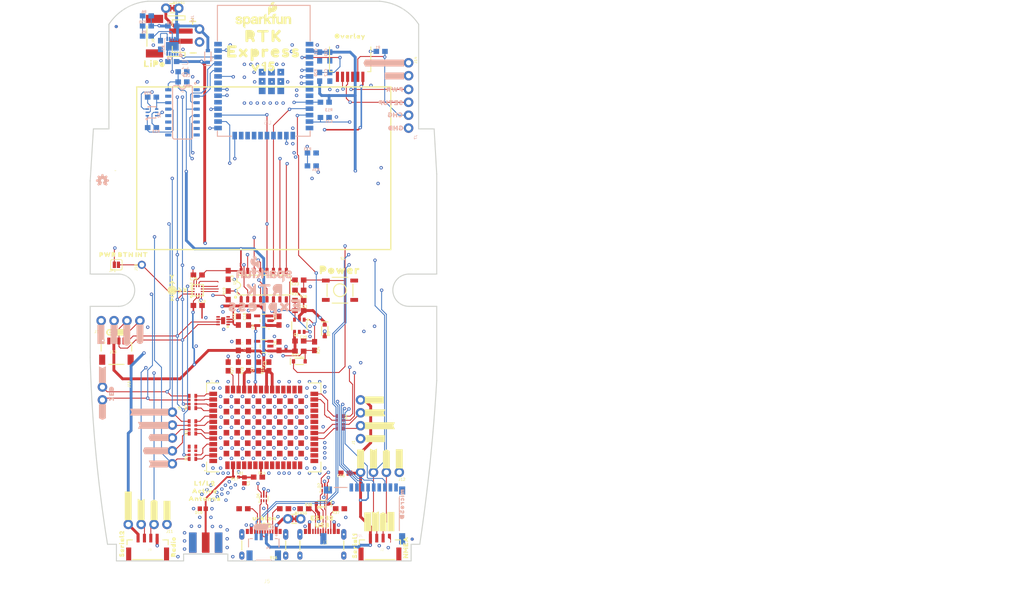
<source format=kicad_pcb>
(kicad_pcb (version 20211014) (generator pcbnew)
  (layers (0 "F.Cu" signal) (1 "In1.Cu" signal) (2 "In2.Cu" signal) (31 "B.Cu" signal) (34 "B.Paste" user) (35 "F.Paste" user) (36 "B.SilkS" user "B.Silkscreen") (37 "F.SilkS" user "F.Silkscreen") (38 "B.Mask" user) (39 "F.Mask" user) (44 "Edge.Cuts" user))
  (net 0 "")
  (net 1 "3.3V")
  (net 2 "GND")
  (net 3 "ESP_22/SCL")
  (net 4 "ESP_21/SDA")
  (net 5 "TXLV")
  (net 6 "RXLV")
  (net 7 "ZED_PPS_STAT")
  (net 8 "SDA_LV")
  (net 9 "SCL_LV")
  (net 10 "ZED_~{SAFE}")
  (net 11 "GPS_ANT1")
  (net 12 "N$11")
  (net 13 "N$12")
  (net 14 "ZED_RTK_STAT")
  (net 15 "ZED_FENCE_STAT")
  (net 16 "N$13")
  (net 17 "ANT_VCC")
  (net 18 "D+")
  (net 19 "D-")
  (net 20 "ZED-TXO2")
  (net 21 "ZED-RXI2")
  (net 22 "CC1")
  (net 23 "CC2")
  (net 24 "UNP_D+")
  (net 25 "UNP_D-")
  (net 26 "TX2_LV")
  (net 27 "RX2_LV")
  (net 28 "ZED_~{RESET}_LV")
  (net 29 "PPS")
  (net 30 "ZED_~{SAFE}_LV")
  (net 31 "RTK_LV")
  (net 32 "FENCE_LV")
  (net 33 "ESP_26/ZED_TX_READY_LV")
  (net 34 "CHG_LED")
  (net 35 "V_BATT")
  (net 36 "ESP32_RXI")
  (net 37 "ESP_0/BOOT")
  (net 38 "ESP32_EN")
  (net 39 "ESP32_TXO")
  (net 40 "ESP_14/SETUP_BUTTON")
  (net 41 "ESP_25/SD_~{CS}")
  (net 42 "ESP_18/SCK")
  (net 43 "ESP32_~{DTR}")
  (net 44 "ESP32_~{RTS}")
  (net 45 "N$24")
  (net 46 "N$25")
  (net 47 "CC3")
  (net 48 "CC4")
  (net 49 "D-1")
  (net 50 "D+1")
  (net 51 "N$32")
  (net 52 "ESP_19/CIPO")
  (net 53 "ESP_23/COPI")
  (net 54 "ESP_I34/ZED_TX_READY")
  (net 55 "N$4")
  (net 56 "CHG_LED_RES")
  (net 57 "ESP_D1+")
  (net 58 "ESP_D1-")
  (net 59 "PROG1")
  (net 60 "CHG_THERM1")
  (net 61 "LIPO_RAW")
  (net 62 "N$5")
  (net 63 "ZED_D_SEL_LV")
  (net 64 "ZED_D_SEL")
  (net 65 "EXTERNAL_DATA_OUT")
  (net 66 "EXTERNAL_DATA_IN")
  (net 67 "ESP_26/DAC2")
  (net 68 "ESP_4/MUX_B")
  (net 69 "ESP_2/MUX_A")
  (net 70 "ESP_I39/ADC39")
  (net 71 "ESP_I16/ZED-TXO1")
  (net 72 "ESP_O17/ZED-RXI1")
  (net 73 "ZED_EXTINT")
  (net 74 "N$6")
  (net 75 "ESP_13/POWER_CTRL")
  (net 76 "ESP_27/FAST_OFF")
  (net 77 "ZED_~{RESET}")
  (net 78 "EXTINT_LV")
  (net 79 "N$15")
  (net 80 "POWER_BTN")
  (net 81 "V_USB")
  (net 82 "V_RAW")
  (net 83 "VOUT")
  (net 84 "ESP_4/ACCEL_INT")
  (net 85 "ESP_5")
  (net 86 "ESP_12")
  (net 87 "ESP_15")
  (net 88 "ESP_I36")
  (net 89 "ESP_33")
  (net 90 "ESP_32")
  (net 91 "V_BKCP")
  (net 92 "ESP_I35/DEVICE_SENSE")
  (footprint "boardEagle:0603" (layer "F.Cu") (at 155.5646 108.7986)
    (fp_text reference "R26")
    (fp_text value "100k")
  )
  (footprint "boardEagle:#TX1#1" (layer "F.Cu") (at 170.5356 154.5666 90)
    (fp_text reference "U$46" hide)
    (fp_text value "" hide)
  )
  (footprint "boardEagle:NMEA1" (layer "F.Cu") (at 176.5046 160.2496 90)
    (fp_text reference "U$49" hide)
    (fp_text value "" hide)
  )
  (footprint "boardEagle:1X02_NO_SILK" (layer "F.Cu") (at 116.8146 125.8486 -90)
    (fp_text reference "J15")
    (fp_text value "")
  )
  (footprint "boardEagle:1553DBK-ENCLOSURE" (layer "F.Cu") (at 148.5646 106.7986 90)
    (fp_text reference "U$26" hide)
    (fp_text value "" hide)
  )
  (footprint "boardEagle:SERIAL20" (layer "F.Cu") (at 120.6246 159.9956 90)
    (fp_text reference "U$43" hide)
    (fp_text value "" hide)
  )
  (footprint "boardEagle:SOT23-5" (layer "F.Cu") (at 148.5646 117.7986 90)
    (fp_text reference "U2")
    (fp_text value "AP2112K-3.3")
  )
  (footprint "boardEagle:#GND#0" (layer "F.Cu") (at 173.5836 154.5666 90)
    (fp_text reference "U$48" hide)
    (fp_text value "" hide)
  )
  (footprint "boardEagle:0603" (layer "F.Cu") (at 145.5646 112.7986 90)
    (fp_text reference "C18")
    (fp_text value "1.0uF")
  )
  (footprint "boardEagle:1206_RA" (layer "F.Cu") (at 134.5646 128.7986 90)
    (fp_text reference "R2")
    (fp_text value "33")
  )
  (footprint "boardEagle:QWIIC_4MM" (layer "F.Cu") (at 119.5646 115.0986)
    (fp_text reference "U$93" hide)
    (fp_text value "" hide)
  )
  (footprint "boardEagle:0603" (layer "F.Cu") (at 151.5646 117.7986 90)
    (fp_text reference "C6")
    (fp_text value "1.0uF")
  )
  (footprint "boardEagle:0603" (layer "F.Cu") (at 145.5646 121.7986 -90)
    (fp_text reference "C7")
    (fp_text value "0.1uF")
  )
  (footprint "boardEagle:ANTENNA2" (layer "F.Cu") (at 136.9646 147.7986)
    (fp_text reference "U$15" hide)
    (fp_text value "" hide)
  )
  (footprint "boardEagle:USB1" (layer "F.Cu") (at 157.9626 153.0426)
    (fp_text reference "U$66" hide)
    (fp_text value "" hide)
  )
  (footprint "boardEagle:#GND#0" (layer "F.Cu") (at 175.2346 142.2156 90)
    (fp_text reference "U$82" hide)
    (fp_text value "" hide)
  )
  (footprint "boardEagle:#3V3#0" (layer "F.Cu") (at 168.1226 128.3886)
    (fp_text reference "U$37" hide)
    (fp_text value "" hide)
  )
  (footprint "boardEagle:JST04_1MM_RA" (layer "F.Cu") (at 119.5646 116.7986)
    (fp_text reference "J13")
    (fp_text value "Internal")
  )
  (footprint "boardEagle:SOD-323" (layer "F.Cu") (at 155.5646 120.7986)
    (fp_text reference "D1")
    (fp_text value "250mA/100V")
  )
  (footprint "boardEagle:0603" (layer "F.Cu") (at 145.5646 117.7986 90)
    (fp_text reference "C4")
    (fp_text value "1.0uF")
  )
  (footprint "boardEagle:INT0" (layer "F.Cu") (at 124.5646 99.7986)
    (fp_text reference "U$4" hide)
    (fp_text value "" hide)
  )
  (footprint "boardEagle:SOT23-5" (layer "F.Cu") (at 148.5646 112.7986 90)
    (fp_text reference "U4")
    (fp_text value "STLQ015-3.3V" hide)
  )
  (footprint "boardEagle:USB-C-16P_4LAYER-PADS" (layer "F.Cu") (at 159.9946 153.9316)
    (fp_text reference "J3")
    (fp_text value "USB Female Type C Connector" hide)
  )
  (footprint "boardEagle:0603" (layer "F.Cu") (at 143.5646 112.7986 90)
    (fp_text reference "C15")
    (fp_text value "0.1uF")
  )
  (footprint "boardEagle:0603" (layer "F.Cu") (at 163.5646 149.7986 180)
    (fp_text reference "R37")
    (fp_text value "5.1k")
  )
  (footprint "boardEagle:JST-4-SMD-1.25MM-LOCKING" (layer "F.Cu") (at 125.7046 158.8846)
    (fp_text reference "J9")
    (fp_text value "")
  )
  (footprint "boardEagle:1X02_NO_SILK" (layer "F.Cu") (at 177.0646 62.0386 -90)
    (fp_text reference "J14")
    (fp_text value "")
  )
  (footprint "boardEagle:0603" (layer "F.Cu") (at 144.5646 149.7986)
    (fp_text reference "R17")
    (fp_text value "5.1k")
  )
  (footprint "boardEagle:SOD-323" (layer "F.Cu") (at 160.5646 114.7986 -90)
    (fp_text reference "D3")
    (fp_text value "3A/10V/280mV")
  )
  (footprint "boardEagle:1206_RA" (layer "F.Cu") (at 163.5646 132.7986 -90)
    (fp_text reference "R4")
    (fp_text value "33")
  )
  (footprint "boardEagle:0603" (layer "F.Cu") (at 158.5646 117.7986 -90)
    (fp_text reference "R24")
    (fp_text value "300k")
  )
  (footprint "boardEagle:#GND#0" (layer "F.Cu") (at 129.5146 152.3756 90)
    (fp_text reference "U$38" hide)
    (fp_text value "" hide)
  )
  (footprint "boardEagle:#GND#0" (layer "F.Cu") (at 168.2496 136.0086)
    (fp_text reference "U$1" hide)
    (fp_text value "" hide)
  )
  (footprint "boardEagle:SO16" (layer "F.Cu") (at 148.5646 105.7986)
    (fp_text reference "U1")
    (fp_text value "74HC4052D")
  )
  (footprint "boardEagle:ORDERING_INSTRUCTIONS" (layer "F.Cu") (at 196.4846 78.8186)
    (fp_text reference "U$2" hide)
    (fp_text value "SPECIAL_INSTRUCTIONS-ORDERING" hide)
  )
  (footprint "boardEagle:DUMMY" (layer "F.Cu") (at 111.0246 167.4186)
    (fp_text reference "FRAME3" hide)
    (fp_text value "FRAME-LEDGERNO_FOOTPRINT" hide)
  )
  (footprint "boardEagle:SMT-JUMPER_2_NO_SILK" (layer "F.Cu") (at 119.5646 101.7986 180)
    (fp_text reference "JP1")
    (fp_text value "JUMPER-SMT_2_NO_SILK")
  )
  (footprint "boardEagle:1X04_NO_SILK" (layer "F.Cu") (at 167.6146 136.0086 90)
    (fp_text reference "J1")
    (fp_text value "")
  )
  (footprint "boardEagle:1X04_NO_SILK" (layer "F.Cu") (at 116.5646 112.7986)
    (fp_text reference "J17")
    (fp_text value "Qwiic Right Angle" hide)
  )
  (footprint "boardEagle:0603" (layer "F.Cu") (at 156.5646 149.7986)
    (fp_text reference "R38")
    (fp_text value "5.1k")
  )
  (footprint "boardEagle:#RX1#2" (layer "F.Cu") (at 172.6946 142.2156 90)
    (fp_text reference "U$68" hide)
    (fp_text value "" hide)
  )
  (footprint "boardEagle:SOT886" (layer "F.Cu") (at 160.5646 145.7986 90)
    (fp_text reference "D2")
    (fp_text value "PRTR5V0U2F")
  )
  (footprint "boardEagle:SOT886" (layer "F.Cu") (at 148.5646 147.7986 90)
    (fp_text reference "D6")
    (fp_text value "PRTR5V0U2F")
  )
  (footprint "boardEagle:Y1" (layer "F.Cu") (at 130.5646 104.1986)
    (fp_text reference "U$55" hide)
    (fp_text value "" hide)
  )
  (footprint "boardEagle:LIPO-1000" (layer "F.Cu") (at 148.5646 82.7986 90)
    (fp_text reference "BT1")
    (fp_text value "LIPO-OUTLINE1000")
  )
  (footprint "boardEagle:0603" (layer "F.Cu") (at 135.5646 103.7986 180)
    (fp_text reference "C28")
    (fp_text value "0.1uF")
  )
  (footprint "boardEagle:1206_RA" (layer "F.Cu") (at 134.5646 133.7986 90)
    (fp_text reference "R3")
    (fp_text value "33")
  )
  (footprint "boardEagle:0603" (layer "F.Cu") (at 155.5646 116.7986)
    (fp_text reference "C20")
    (fp_text value "10uF")
  )
  (footprint "boardEagle:0603" (layer "F.Cu") (at 147.5646 121.7986 -90)
    (fp_text reference "R15")
    (fp_text value "100k")
  )
  (footprint "boardEagle:USB-C-16P_4LAYER-PADS" (layer "F.Cu") (at 148.5646 153.9316)
    (fp_text reference "J5")
    (fp_text value "USB Female Type C Connector" hide)
  )
  (footprint "boardEagle:#RX2#2" (layer "F.Cu") (at 126.9746 152.3756 90)
    (fp_text reference "U$39" hide)
    (fp_text value "" hide)
  )
  (footprint "boardEagle:EXPRESS0" (layer "F.Cu") (at 148.5646 59.7986)
    (fp_text reference "U$51" hide)
    (fp_text value "" hide)
  )
  (footprint "boardEagle:JST-2-SMD" (layer "F.Cu") (at 128.5646 56.7986 90)
    (fp_text reference "J8")
    (fp_text value "")
  )
  (footprint "boardEagle:0402-TIGHT" (layer "F.Cu") (at 143.1036 143.5776)
    (fp_text reference "FB1")
    (fp_text value "2.66Ω" hide)
  )
  (footprint "boardEagle:DFN-8" (layer "F.Cu") (at 140.5646 112.7986 90)
    (fp_text reference "U7")
    (fp_text value "MAX17048")
  )
  (footprint "boardEagle:OVERLAY0" (layer "F.Cu") (at 165.5646 56.7986)
    (fp_text reference "U$8" hide)
    (fp_text value "" hide)
  )
  (footprint "boardEagle:1X04_NO_SILK" (layer "F.Cu") (at 129.5146 152.8836 180)
    (fp_text reference "J11")
    (fp_text value "")
  )
  (footprint "boardEagle:POWER0" (layer "F.Cu") (at 163.5646 102.7986)
    (fp_text reference "U$31" hide)
    (fp_text value "" hide)
  )
  (footprint "boardEagle:L1#L20" (layer "F.Cu") (at 136.9646 144.7986)
    (fp_text reference "U$6" hide)
    (fp_text value "" hide)
  )
  (footprint "boardEagle:#3#5#5V#0" (layer "F.Cu") (at 121.8946 152.3756 90)
    (fp_text reference "U$23" hide)
    (fp_text value "" hide)
  )
  (footprint "boardEagle:#RX1#2" (layer "F.Cu") (at 172.0596 154.5666 90)
    (fp_text reference "U$45" hide)
    (fp_text value "" hide)
  )
  (footprint "boardEagle:TACTILE_SWITCH_SMD_5.2MM" (layer "F.Cu") (at 163.5646 106.7986)
    (fp_text reference "S1")
    (fp_text value "Power")
  )
  (footprint "boardEagle:0603" (layer "F.Cu") (at 155.5646 104.7986 180)
    (fp_text reference "C23")
    (fp_text value "0.1uF")
  )
  (footprint "boardEagle:COMBO-JUMPER_2_NC_TRACE" (layer "F.Cu") (at 130.5646 51.2986)
    (fp_text reference "MEAS1")
    (fp_text value "")
  )
  (footprint "boardEagle:U#BLOX0" (layer "F.Cu") (at 145.6436 151.6456)
    (fp_text reference "U$35" hide)
    (fp_text value "" hide)
  )
  (footprint "boardEagle:FIDUCIAL-MICRO" (layer "F.Cu") (at 119.5346 54.9086)
    (fp_text reference "JP61" hide)
    (fp_text value "FIDUCIALUFIDUCIAL" hide)
  )
  (footprint "boardEagle:SOT26" (layer "F.Cu") (at 155.5646 113.7986 180)
    (fp_text reference "Q1")
    (fp_text value "SIL2308-TP")
  )
  (footprint "boardEagle:1206_RA" (layer "F.Cu") (at 134.5646 138.7986 90)
    (fp_text reference "R9")
    (fp_text value "33")
  )
  (footprint "boardEagle:#TX1#1" (layer "F.Cu") (at 170.1546 142.2156 90)
    (fp_text reference "U$65" hide)
    (fp_text value "" hide)
  )
  (footprint "boardEagle:SMA-EDGE" (layer "F.Cu") (at 137.1346 156.4716 180)
    (fp_text reference "E1" hide)
    (fp_text value "SMA" hide)
  )
  (footprint "boardEagle:0603" (layer "F.Cu") (at 152.5646 149.7986 180)
    (fp_text reference "R16")
    (fp_text value "5.1k")
  )
  (footprint "boardEagle:LIPO0" (layer "F.Cu") (at 127.1016 62.2216)
    (fp_text reference "U$27" hide)
    (fp_text value "" hide)
  )
  (footprint "boardEagle:#FENCE#3" (layer "F.Cu") (at 168.1226 133.4686)
    (fp_text reference "U$32" hide)
    (fp_text value "" hide)
  )
  (footprint "boardEagle:0603" (layer "F.Cu") (at 135.5646 109.7986)
    (fp_text reference "C19")
    (fp_text value "10uF")
  )
  (footprint "boardEagle:RTK0" (layer "F.Cu") (at 148.5646 56.7986)
    (fp_text reference "U$74" hide)
    (fp_text value "" hide)
  )
  (footprint "boardEagle:1X01_NO_SILK" (layer "F.Cu") (at 124.5646 101.7986 90)
    (fp_text reference "J18")
    (fp_text value "")
  )
  (footprint "boardEagle:COMBO-JUMPER_2_NC_TRACE" (layer "F.Cu") (at 154.5646 151.7986)
    (fp_text reference "MEAS0")
    (fp_text value "")
  )
  (footprint "boardEagle:SOD-323" (layer "F.Cu") (at 160.0646 148.7986 180)
    (fp_text reference "D9")
    (fp_text value "3A/10V/280mV")
  )
  (footprint "boardEagle:0603" (layer "F.Cu") (at 155.5646 118.7986 180)
    (fp_text reference "R22")
    (fp_text value "100k")
  )
  (footprint "boardEagle:0603" (layer "F.Cu") (at 155.5646 106.7986 180)
    (fp_text reference "R31")
    (fp_text value "10k")
  )
  (footprint "boardEagle:LGA-12-LISDH12" (layer "F.Cu") (at 135.5646 106.7986 90)
    (fp_text reference "U13")
    (fp_text value "LIS2DH12")
  )
  (footprint "boardEagle:#TX2#1" (layer "F.Cu") (at 124.4346 152.3756 90)
    (fp_text reference "U$40" hide)
    (fp_text value "" hide)
  )
  (footprint "boardEagle:0603" (layer "F.Cu") (at 147.4216 143.5776)
    (fp_text reference "R14")
    (fp_text value "10")
  )
  (footprint "boardEagle:0402" (layer "F.Cu") (at 144.7546 144.2126 -90)
    (fp_text reference "C1")
    (fp_text value "47pF")
  )
  (footprint "boardEagle:0603" (layer "F.Cu") (at 155.5646 110.7986)
    (fp_text reference "C22")
    (fp_text value "0.1uF")
  )
  (footprint "boardEagle:RADIO0" (layer "F.Cu") (at 130.7846 159.9956 90)
    (fp_text reference "U$50" hide)
    (fp_text value "" hide)
  )
  (footprint "boardEagle:FPC_6_1MM-LIF" (layer "F.Cu") (at 165.5646 61.7986 180)
    (fp_text reference "JP2" hide)
    (fp_text value "" hide)
  )
  (footprint "boardEagle:#3V3#0" (layer "F.Cu") (at 167.6146 142.2156 90)
    (fp_text reference "U$5" hide)
    (fp_text value "" hide)
  )
  (footprint "boardEagle:0603" (layer "F.Cu") (at 141.5646 103.7986 -90)
    (fp_text reference "C3")
    (fp_text value "0.1uF")
  )
  (footprint "boardEagle:1X04_NO_SILK" (layer "F.Cu") (at 175.2346 142.6286 180)
    (fp_text reference "J12")
    (fp_text value "")
  )
  (footprint "boardEagle:CREATIVE_COMMONS" (layer "F.Cu") (at 206.0746 153.4486)
    (fp_text reference "FRAME2" hide)
    (fp_text value "FRAME-LEDGER" hide)
  )
  (footprint "boardEagle:V150" (layer "F.Cu") (at 148.5646 62.7986)
    (fp_text reference "U$18" hide)
    (fp_text value "" hide)
  )
  (footprint "boardEagle:0603" (layer "F.Cu") (at 143.5646 121.7986 -90)
    (fp_text reference "R28")
    (fp_text value "27")
  )
  (footprint "boardEagle:PWR_BTN1" (layer "F.Cu") (at 119.5646 99.7986)
    (fp_text reference "U$9" hide)
    (fp_text value "" hide)
  )
  (footprint "boardEagle:0603" (layer "F.Cu") (at 141.5646 121.7986 -90)
    (fp_text reference "R27")
    (fp_text value "27")
  )
  (footprint "boardEagle:ZED-F9P" (layer "F.Cu") (at 148.5646 133.7986)
    (fp_text reference "U3")
    (fp_text value "U-BLOX_ZED-F9P")
  )
  (footprint "boardEagle:JST-4-SMD-1.25MM-LOCKING" (layer "F.Cu") (at 171.4246 158.8846)
    (fp_text reference "J2")
    (fp_text value "")
  )
  (footprint "boardEagle:ESP320" (layer "F.Cu") (at 157.0736 151.6456)
    (fp_text reference "U$67" hide)
    (fp_text value "" hide)
  )
  (footprint "boardEagle:0603" (layer "F.Cu") (at 141.5646 107.7986 90)
    (fp_text reference "R19")
    (fp_text value "1k")
  )
  (footprint "boardEagle:1X05_NO_SILK" (layer "F.Cu") (at 130.5646 130.7986 -90)
    (fp_text reference "J6")
    (fp_text value "")
  )
  (footprint "boardEagle:0603" (layer "F.Cu") (at 149.5646 121.7986 90)
    (fp_text reference "C2")
    (fp_text value "1.0uF")
  )
  (footprint "boardEagle:0603" (layer "F.Cu") (at 143.5646 117.7986 -90)
    (fp_text reference "C5")
    (fp_text value "0.1uF")
  )
  (footprint "boardEagle:0603" (layer "F.Cu") (at 164.5646 142.7986 180)
    (fp_text reference "C16")
    (fp_text value "0.1uF")
  )
  (footprint "boardEagle:0603" (layer "F.Cu") (at 151.5646 112.7986 90)
    (fp_text reference "C17")
    (fp_text value "1.0uF")
  )
  (footprint "boardEagle:#RTK#1" (layer "F.Cu") (at 168.1226 130.9286)
    (fp_text reference "U$10" hide)
    (fp_text value "" hide)
  )
  (footprint "boardEagle:SFE_LOGO_NAME_FLAME_.1" (layer "F.Cu") (at 148.5646 53.7986)
    (fp_text reference "LOGO3" hide)
    (fp_text value "SFE_LOGO_NAME_FLAME.1_INCH" hide)
  )
  (footprint "boardEagle:SERIAL10" (layer "F.Cu") (at 166.4716 160.2496 90)
    (fp_text reference "U$29" hide)
    (fp_text value "" hide)
  )
  (footprint "boardEagle:ACTIVE1" (layer "F.Cu") (at 136.9646 146.2986)
    (fp_text reference "U$13" hide)
    (fp_text value "" hide)
  )
  (footprint "boardEagle:FIDUCIAL-MICRO" (layer "F.Cu") (at 177.7746 155.7886)
    (fp_text reference "JP21" hide)
    (fp_text value "FIDUCIALUFIDUCIAL" hide)
  )
  (footprint "boardEagle:0402" (layer "F.Cu") (at 136.5646 149.7986 180)
    (fp_text reference "D10")
    (fp_text value "PESD0402-0402")
  )
  (footprint "boardEagle:Z2" (layer "F.Cu") (at 130.4646 108.3986 180)
    (fp_text reference "U$56" hide)
    (fp_text value "" hide)
  )
  (footprint "boardEagle:#3V3#0" (layer "F.Cu") (at 169.0116 154.5666 90)
    (fp_text reference "U$47" hide)
    (fp_text value "" hide)
  )
  (footprint "boardEagle:USB1" (layer "F.Cu") (at 146.5326 153.0426)
    (fp_text reference "U$36" hide)
    (fp_text value "" hide)
  )
  (footprint "boardEagle:X0" (layer "F.Cu") (at 133.1646 106.7986)
    (fp_text reference "U$24" hide)
    (fp_text value "" hide)
  )
  (footprint "boardEagle:0603" (layer "B.Cu") (at 126.5646 74.7986)
    (fp_text reference "R23")
    (fp_text value "10k")
  )
  (footprint "boardEagle:0603" (layer "B.Cu") (at 125.5646 54.7986 180)
    (fp_text reference "R30")
    (fp_text value "150k")
  )
  (footprint "boardEagle:##RST##4" (layer "B.Cu") (at 130.1646 135.7986 180)
    (fp_text reference "U$28" hide)
    (fp_text value "" hide)
  )
  (footprint "boardEagle:CHG2" (layer "B.Cu") (at 174.3646 72.2986 180)
    (fp_text reference "U$33" hide)
    (fp_text value "" hide)
  )
  (footprint "boardEagle:1X02_NO_SILK" (layer "B.Cu") (at 135.9166 55.4046 -90)
    (fp_text reference "J10")
    (fp_text value "")
  )
  (footprint "boardEagle:JST04_1MM_RA" (layer "B.Cu") (at 148.5646 155.3286 180)
    (fp_text reference "J4")
    (fp_text value "Qwiic Right Angle" hide)
  )
  (footprint "boardEagle:FIDUCIAL-MICRO" (layer "B.Cu") (at 177.7746 155.7886 180)
    (fp_text reference "JP71" hide)
    (fp_text value "FIDUCIALUFIDUCIAL" hide)
  )
  (footprint "boardEagle:#RX#2" (layer "B.Cu") (at 116.8146 128.8966 -90)
    (fp_text reference "U$14" hide)
    (fp_text value "" hide)
  )
  (footprint "boardEagle:RTK0" (layer "B.Cu") (at 148.5646 106.7986 180)
    (fp_text reference "U$7" hide)
    (fp_text value "" hide)
  )
  (footprint "boardEagle:#SDA#0" (layer "B.Cu") (at 121.6046 115.4986 90)
    (fp_text reference "U$87" hide)
    (fp_text value "" hide)
  )
  (footprint "boardEagle:SC70-6" (layer "B.Cu") (at 126.5646 71.7986 90)
    (fp_text reference "Q2")
    (fp_text value "MBT3904DW1T1")
  )
  (footprint "boardEagle:#TX_RDY#0" (layer "B.Cu") (at 126.1646 130.7986 180)
    (fp_text reference "U$3" hide)
    (fp_text value "" hide)
  )
  (footprint "boardEagle:0603" (layer "B.Cu") (at 125.5646 56.7986 180)
    (fp_text reference "R5")
    (fp_text value "0")
  )
  (footprint "boardEagle:#SCL#1" (layer "B.Cu") (at 124.2046 115.2986 90)
    (fp_text reference "U$86" hide)
    (fp_text value "" hide)
  )
  (footprint "boardEagle:EXPRESS0" (layer "B.Cu") (at 148.5646 109.7986 180)
    (fp_text reference "U$53" hide)
    (fp_text value "" hide)
  )
  (footprint "boardEagle:SO016" (layer "B.Cu") (at 132.5646 71.7986 -90)
    (fp_text reference "U6")
    (fp_text value "CH340C")
  )
  (footprint "boardEagle:0603" (layer "B.Cu") (at 125.5646 52.7986 180)
    (fp_text reference "R6")
    (fp_text value "10k")
  )
  (footprint "boardEagle:PWR0" (layer "B.Cu") (at 174.2646 67.2986 180)
    (fp_text reference "U$41" hide)
    (fp_text value "" hide)
  )
  (footprint "boardEagle:MICROSD0" (layer "B.Cu") (at 175.7426 145.3116 -90)
    (fp_text reference "U$83" hide)
    (fp_text value "" hide)
  )
  (footprint "boardEagle:MICROSD-EXTERNALPIN" (layer "B.Cu") (at 168.0476 156.1156 180)
    (fp_text reference "J19")
    (fp_text value "MICROSD")
  )
  (footprint "boardEagle:DFN-10" (layer "B.Cu") (at 130.5646 58.7986 90)
    (fp_text reference "U10")
    (fp_text value "MCP73833")
  )
  (footprint "boardEagle:ZED0" (layer "B.Cu") (at 118.5926 129.2776 90)
    (fp_text reference "U$16" hide)
    (fp_text value "" hide)
  )
  (footprint "boardEagle:#ESP_RST#0" (layer "B.Cu") (at 176.5046 62.0946 180)
    (fp_text reference "U$60" hide)
    (fp_text value "" hide)
  )
  (footprint "boardEagle:##SAFE##5" (layer "B.Cu") (at 130.0646 138.3986 180)
    (fp_text reference "U$17" hide)
    (fp_text value "" hide)
  )
  (footprint "boardEagle:ESP-WROOM-32D" (layer "B.Cu") (at 148.5646 64.7986 90)
    (fp_text reference "U5")
    (fp_text value "ESP-WROOM-3232D")
  )
  (footprint "boardEagle:SFE_LOGO_NAME_FLAME_.1" (layer "B.Cu") (at 148.5646 103.7986 180)
    (fp_text reference "LOGO2" hide)
    (fp_text value "SFE_LOGO_NAME_FLAME.1_INCH" hide)
  )
  (footprint "boardEagle:0603" (layer "B.Cu") (at 171.5646 59.7986 180)
    (fp_text reference "R1")
    (fp_text value "470")
  )
  (footprint "boardEagle:#GND#2" (layer "B.Cu") (at 116.5046 115.4986 90)
    (fp_text reference "U$70" hide)
    (fp_text value "" hide)
  )
  (footprint "boardEagle:SOD-323" (layer "B.Cu") (at 137.5646 60.7986 90)
    (fp_text reference "D7")
    (fp_text value "3A/10V/280mV")
  )
  (footprint "boardEagle:0603" (layer "B.Cu") (at 160.5646 69.7986)
    (fp_text reference "R13")
    (fp_text value "100k")
  )
  (footprint "boardEagle:0603" (layer "B.Cu") (at 126.5646 68.7986 180)
    (fp_text reference "R29")
    (fp_text value "10k")
  )
  (footprint "boardEagle:OSHW-LOGO-MINI" (layer "B.Cu") (at 116.8146 85.2086 180)
    (fp_text reference "LOGO1" hide)
    (fp_text value "OSHW-LOGOMINI" hide)
  )
  (footprint "boardEagle:0603" (layer "B.Cu") (at 159.5646 60.7986 -90)
    (fp_text reference "C11")
    (fp_text value "0.1uF")
  )
  (footprint "boardEagle:0603" (layer "B.Cu") (at 158.0146 82.3286)
    (fp_text reference "R34")
    (fp_text value "10k")
  )
  (footprint "boardEagle:0603" (layer "B.Cu") (at 160.5646 72.7986)
    (fp_text reference "C21")
    (fp_text value "0.1uF")
  )
  (footprint "boardEagle:0603" (layer "B.Cu") (at 132.5646 63.7986)
    (fp_text reference "C13")
    (fp_text value "0.1uF")
  )
  (footprint "boardEagle:#D_SEL#0" (layer "B.Cu") (at 126.9646 133.3986 180)
    (fp_text reference "U$88" hide)
    (fp_text value "" hide)
  )
  (footprint "boardEagle:0603" (layer "B.Cu") (at 161.5646 60.7986 -90)
    (fp_text reference "C10")
    (fp_text value "10uF")
  )
  (footprint "boardEagle:#GND#1" (layer "B.Cu") (at 176.5046 64.6346 180)
    (fp_text reference "U$84" hide)
    (fp_text value "" hide)
  )
  (footprint "boardEagle:0603" (layer "B.Cu") (at 161.5646 64.7986 -90)
    (fp_text reference "C12")
    (fp_text value "0.1uF")
  )
  (footprint "boardEagle:0603" (layer "B.Cu") (at 130.5646 54.7986 180)
    (fp_text reference "C8")
    (fp_text value "4.7uF")
  )
  (footprint "boardEagle:1X04_NO_SILK" (layer "B.Cu") (at 177.0646 74.8986 90)
    (fp_text reference "J7")
    (fp_text value "")
  )
  (footprint "boardEagle:SETUP1" (layer "B.Cu") (at 173.4646 69.8986 180)
    (fp_text reference "U$42" hide)
    (fp_text value "" hide)
  )
  (footprint "boardEagle:0603" (layer "B.Cu") (at 128.2446 58.5386 90)
    (fp_text reference "R7")
    (fp_text value "1k")
  )
  (footprint "boardEagle:#PPS#0" (layer "B.Cu") (at 130.0646 140.9986 180)
    (fp_text reference "U$11" hide)
    (fp_text value "" hide)
  )
  (footprint "boardEagle:#TX#1" (layer "B.Cu") (at 116.8146 121.7846 -90)
    (fp_text reference "U$72" hide)
    (fp_text value "" hide)
  )
  (footprint "boardEagle:0603" (layer "B.Cu") (at 158.0146 79.7886 180)
    (fp_text reference "R33")
    (fp_text value "3.3k")
  )
  (footprint "boardEagle:FIDUCIAL-MICRO" (layer "B.Cu") (at 119.5346 54.9086 180)
    (fp_text reference "JP81" hide)
    (fp_text value "FIDUCIALUFIDUCIAL" hide)
  )
  (footprint "boardEagle:#3V3#2" (layer "B.Cu") (at 119.1046 115.4986 90)
    (fp_text reference "U$85" hide)
    (fp_text value "" hide)
  )
  (footprint "boardEagle:0603" (layer "B.Cu") (at 132.5646 65.7986)
    (fp_text reference "C14")
    (fp_text value "10uF")
  )
  (footprint "boardEagle:0603" (layer "B.Cu") (at 159.5646 64.7986 -90)
    (fp_text reference "R20")
    (fp_text value "100k")
  )
  (footprint "boardEagle:0603" (layer "B.Cu") (at 130.5646 61.7986 180)
    (fp_text reference "C9")
    (fp_text value "4.7uF")
  )
  (footprint "boardEagle:QWIIC_4MM" (layer "B.Cu") (at 148.5646 153.4236 180)
    (fp_text reference "U$30" hide)
    (fp_text value "" hide)
  )
  (footprint "boardEagle:GND3" (layer "B.Cu") (at 174.4646 74.8986 180)
    (fp_text reference "U$34" hide)
    (fp_text value "" hide)
  )
  (gr_line (start 123.5646 98.7986) (end 123.5646 66.7986) (layer "F.SilkS") (width 0.254))
  (gr_line (start 132.3466 106.8326) (end 131.8386 106.3246) (layer "F.SilkS") (width 0.2032))
  (gr_line (start 173.5646 98.7986) (end 123.5646 98.7986) (layer "F.SilkS") (width 0.254))
  (gr_line (start 130.5066 104.9926) (end 131.0146 105.5006) (layer "F.SilkS") (width 0.2032))
  (gr_line (start 123.5646 66.7986) (end 173.5646 66.7986) (layer "F.SilkS") (width 0.254))
  (gr_line (start 173.5646 66.7986) (end 173.5646 98.7986) (layer "F.SilkS") (width 0.254))
  (gr_circle (center 130.5336 106.8326) (end 130.6606 106.8326) (layer "F.SilkS") (width 0.508) (fill none))
  (gr_arc (start 130.5066 106.8326) (mid 130.505151 105.9126) (end 130.5066 104.9926) (layer "F.SilkS") (width 0.2032))
  (gr_line (start 130.5066 104.9926) (end 129.9986 105.5006) (layer "F.SilkS") (width 0.2032))
  (gr_circle (center 130.5336 106.8326) (end 131.336815 106.8326) (layer "F.SilkS") (width 0.2032) (fill none))
  (gr_line (start 132.3466 106.8326) (end 131.8386 107.3406) (layer "F.SilkS") (width 0.2032))
  (gr_line (start 130.4066 106.8326) (end 132.3466 106.8326) (layer "F.SilkS") (width 0.2032))
  (gr_line (start 182.6006 103.6236) (end 177.1396 103.6236) (layer "Edge.Cuts") (width 0.2032))
  (gr_line (start 119.5646 160.0736) (end 119.5646 156.7986) (layer "Edge.Cuts") (width 0.2032))
  (gr_arc (start 119.9896 103.6236) (mid 123.1646 106.7986) (end 119.9896 109.9736) (layer "Edge.Cuts") (width 0.2032))
  (gr_line (start 114.4016 85.3356) (end 115.0366 75.0486) (layer "Edge.Cuts") (width 0.2032))
  (gr_arc (start 118.0846 54.4746) (mid 121.391581 51.311478) (end 125.7554 49.933601) (layer "Edge.Cuts") (width 0.2032))
  (gr_line (start 179.0446 75.0486) (end 179.0446 54.4746) (layer "Edge.Cuts") (width 0.2032))
  (gr_line (start 141.4876 160.0736) (end 141.4876 158.7146) (layer "Edge.Cuts") (width 0.2032))
  (gr_line (start 182.6006 109.9736) (end 182.6006 124.5786) (layer "Edge.Cuts") (width 0.2032))
  (gr_arc (start 171.373799 49.9336) (mid 175.737619 51.311478) (end 179.0446 54.4746) (layer "Edge.Cuts") (width 0.2032))
  (gr_line (start 118.0846 75.0486) (end 118.0846 54.4746) (layer "Edge.Cuts") (width 0.2032))
  (gr_line (start 182.0926 75.0486) (end 179.0446 75.0486) (layer "Edge.Cuts") (width 0.2032))
  (gr_line (start 141.4876 158.7146) (end 132.7876 158.7146) (layer "Edge.Cuts") (width 0.2032))
  (gr_line (start 177.5646 156.7986) (end 179.2646 156.7986) (layer "Edge.Cuts") (width 0.2032))
  (gr_line (start 141.4876 160.0736) (end 177.5646 160.0736) (layer "Edge.Cuts") (width 0.2032))
  (gr_line (start 114.4016 103.6236) (end 119.9896 103.6236) (layer "Edge.Cuts") (width 0.2032))
  (gr_line (start 132.7876 158.7146) (end 132.7876 160.0736) (layer "Edge.Cuts") (width 0.2032))
  (gr_line (start 119.5646 156.7986) (end 117.8146 156.7986) (layer "Edge.Cuts") (width 0.2032))
  (gr_line (start 114.4016 120.0066) (end 114.4016 109.9736) (layer "Edge.Cuts") (width 0.2032))
  (gr_arc (start 177.1396 109.9736) (mid 173.9646 106.7986) (end 177.1396 103.6236) (layer "Edge.Cuts") (width 0.2032))
  (gr_arc (start 182.6006 124.5786) (mid 181.294798 140.726101) (end 179.2646 156.7986) (layer "Edge.Cuts") (width 0.2032))
  (gr_line (start 114.4016 109.9736) (end 119.9896 109.9736) (layer "Edge.Cuts") (width 0.2032))
  (gr_line (start 125.7554 49.9336) (end 171.3738 49.9336) (layer "Edge.Cuts") (width 0.2032))
  (gr_arc (start 117.8146 156.7986) (mid 115.485235 138.46038) (end 114.4016 120.0066) (layer "Edge.Cuts") (width 0.2032))
  (gr_line (start 182.6006 109.9736) (end 177.1396 109.9736) (layer "Edge.Cuts") (width 0.2032))
  (gr_line (start 114.4016 85.3356) (end 114.4016 85.2086) (layer "Edge.Cuts") (width 0.2032))
  (gr_line (start 114.4016 103.6236) (end 114.4016 85.3356) (layer "Edge.Cuts") (width 0.2032))
  (gr_line (start 182.6006 103.6236) (end 182.6006 83.9386) (layer "Edge.Cuts") (width 0.2032))
  (gr_line (start 115.0366 75.0486) (end 118.0846 75.0486) (layer "Edge.Cuts") (width 0.2032))
  (gr_line (start 182.6006 83.9386) (end 182.0926 75.0486) (layer "Edge.Cuts") (width 0.2032))
  (gr_line (start 119.5646 160.0736) (end 132.7876 160.0736) (layer "Edge.Cuts") (width 0.2032))
  (gr_line (start 177.5646 160.0736) (end 177.5646 156.7986) (layer "Edge.Cuts") (width 0.2032))
  (gr_text "-" (at 134.6646 59.9986) (layer "F.SilkS") (effects (font (size 1.5113 1.5113) (thickness 0.2667))))
  (gr_text "+" (at 134.5646 53.7986) (layer "F.SilkS") (effects (font (size 1.5113 1.5113) (thickness 0.2667))))
  (segment (start 169.5496 153.3266) (end 167.6146 151.3916) (width 0.5588) (layer "F.Cu") (net 1))
  (segment (start 167.4446 142.7986) (end 165.4146 142.7986) (width 0.5588) (layer "F.Cu") (net 1))
  (segment (start 169.5496 155.5846) (end 169.5496 153.3266) (width 0.5588) (layer "F.Cu") (net 1))
  (segment (start 141.6146 102.9986) (end 141.5646 102.9486) (width 0.3048) (layer "F.Cu") (net 1))
  (segment (start 132.0746 124.2386) (end 120.7716 124.2386) (width 0.5588) (layer "F.Cu") (net 1))
  (segment (start 167.6146 148.1146) (end 167.6146 142.6286) (width 0.5588) (layer "F.Cu") (net 1))
  (segment (start 134.8846 121.4286) (end 132.0746 124.2386) (width 0.5588) (layer "F.Cu") (net 1))
  (segment (start 137.6646 118.6486) (end 134.8846 121.4286) (width 0.5588) (layer "F.Cu") (net 1))
  (segment (start 144.7146 123.2216) (end 144.7146 126.3486) (width 0.5588) (layer "F.Cu") (net 1))
  (segment (start 135.3146 108.3306) (end 135.2816 108.3636) (width 0.1778) (layer "F.Cu") (net 1))
  (segment (start 143.5646 118.6486) (end 137.6646 118.6486) (width 0.5588) (layer "F.Cu") (net 1))
  (segment (start 144.1196 102.18755) (end 144.0042 102.07215) (width 0.3048) (layer "F.Cu") (net 1))
  (segment (start 134.7146 108.9306) (end 134.7146 109.7986) (width 0.1778) (layer "F.Cu") (net 1))
  (segment (start 145.6646 118.7486) (end 145.5646 118.6486) (width 0.5588) (layer "F.Cu") (net 1))
  (segment (start 135.3146 104.7136) (end 135.2816 104.6806) (width 0.1778) (layer "F.Cu") (net 1))
  (segment (start 135.6626 108.3636) (end 135.2816 108.3636) (width 0.1778) (layer "F.Cu") (net 1))
  (segment (start 135.3146 106.0486) (end 135.3146 104.7136) (width 0.1778) (layer "F.Cu") (net 1))
  (segment (start 144.1196 102.9986) (end 144.1196 102.18755) (width 0.3048) (layer "F.Cu") (net 1))
  (segment (start 169.6085 129.6205) (end 169.6085 136.8247) (width 0.5588) (layer "F.Cu") (net 1))
  (segment (start 135.2816 104.6806) (end 135.5356 104.6806) (width 0.1778) (layer "F.Cu") (net 1))
  (segment (start 134.7146 111.0896) (end 134.6466 111.1576) (width 0.3048) (layer "F.Cu") (net 1))
  (segment (start 168.3766 128.3886) (end 169.6085 129.6205) (width 0.5588) (layer "F.Cu") (net 1))
  (segment (start 137.2646 102.9486) (end 141.5646 102.9486) (width 0.1778) (layer "F.Cu") (net 1))
  (segment (start 150.2146 123.2986) (end 149.5646 122.6486) (width 0.5588) (layer "F.Cu") (net 1))
  (segment (start 136.4146 103.7986) (end 136.4866 103.7266) (width 0.1778) (layer "F.Cu") (net 1))
  (segment (start 149.1146 126.3486) (end 149.1146 122.6986) (width 0.5588) (layer "F.Cu") (net 1))
  (segment (start 148.5846 122.6486) (end 147.5646 122.6486) (width 0.5588) (layer "F.Cu") (net 1))
  (segment (start 147.8146 118.7486) (end 148.5646 119.4986) (width 0.5588) (layer "F.Cu") (net 1))
  (segment (start 135.3146 107.5486) (end 135.3146 108.3306) (width 0.1778) (layer "F.Cu") (net 1))
  (segment (start 167.6146 138.8186) (end 167.6146 142.6286) (width 0.5588) (layer "F.Cu") (net 1))
  (segment (start 135.8146 108.2116) (end 135.6626 108.3636) (width 0.1778) (layer "F.Cu") (net 1))
  (segment (start 169.5496 155.5846) (end 169.5496 156.9496) (width 0.5588) (layer "F.Cu") (net 1))
  (segment (start 144.1196 102.9986) (end 141.6146 102.9986) (width 0.3048) (layer "F.Cu") (net 1))
  (segment (start 167.6146 151.3916) (end 167.6146 148.1146) (width 0.5588) (layer "F.Cu") (net 1))
  (segment (start 144.0696 101.45965) (end 144.0696 98.6486) (width 0.3048) (layer "F.Cu") (net 1))
  (segment (start 119.0646 116.7986) (end 119.0646 112.8386) (width 0.5588) (layer "F.Cu") (net 1))
  (segment (start 145.2876 122.6486) (end 144.7146 123.2216) (width 0.5588) (layer "F.Cu") (net 1))
  (segment (start 145.5646 122.6486) (end 145.2876 122.6486) (width 0.5588) (layer "F.Cu") (net 1))
  (segment (start 149.5646 122.6486) (end 149.1646 122.6486) (width 0.5588) (layer "F.Cu") (net 1))
  (segment (start 150.2146 126.3486) (end 150.2146 123.2986) (width 0.5588) (layer "F.Cu") (net 1))
  (segment (start 119.0646 122.5316) (end 119.0646 116.7986) (width 0.5588) (layer "F.Cu") (net 1))
  (segment (start 120.7716 124.2386) (end 119.0646 122.5316) (width 0.5588) (layer "F.Cu") (net 1))
  (segment (start 143.5646 118.6486) (end 145.5646 118.6486) (width 0.5588) (layer "F.Cu") (net 1))
  (segment (start 119.0646 112.8386) (end 119.1046 112.7986) (width 0.5588) (layer "F.Cu") (net 1))
  (segment (start 169.5496 156.9496) (end 169.5196 156.9796) (width 0.5588) (layer "F.Cu") (net 1))
  (segment (start 135.8146 107.5486) (end 135.8146 108.2116) (width 0.1778) (layer "F.Cu") (net 1))
  (segment (start 144.0042 102.07215) (end 144.0042 101.52505) (width 0.3048) (layer "F.Cu") (net 1))
  (segment (start 134.7146 109.7986) (end 134.7146 111.0896) (width 0.3048) (layer "F.Cu") (net 1))
  (segment (start 147.5646 122.6486) (end 145.5646 122.6486) (width 0.5588) (layer "F.Cu") (net 1))
  (segment (start 144.0042 101.52505) (end 144.0696 101.45965) (width 0.3048) (layer "F.Cu") (net 1))
  (segment (start 136.4866 103.7266) (end 137.2646 102.9486) (width 0.1778) (layer "F.Cu") (net 1))
  (segment (start 135.5356 104.6806) (end 136.4866 103.7296) (width 0.1778) (layer "F.Cu") (net 1))
  (segment (start 149.1646 122.6486) (end 148.5846 122.6486) (width 0.5588) (layer "F.Cu") (net 1))
  (segment (start 147.2645 118.7486) (end 145.6646 118.7486) (width 0.5588) (layer "F.Cu") (net 1))
  (segment (start 168.3766 128.3886) (end 167.6146 128.3886) (width 0.5588) (layer "F.Cu") (net 1))
  (segment (start 135.0276 104.6806) (end 135.2816 104.6806) (width 0.1778) (layer "F.Cu") (net 1))
  (segment (start 148.557821 119.505379) (end 148.557821 122.621822) (width 0.5588) (layer "F.Cu") (net 1))
  (segment (start 148.5646 119.4986) (end 148.557821 119.505379) (width 0.5588) (layer "F.Cu") (net 1))
  (segment (start 149.1146 122.6986) (end 149.1646 122.6486) (width 0.5588) (layer "F.Cu") (net 1))
  (segment (start 134.8146 104.8936) (end 135.0276 104.6806) (width 0.1778) (layer "F.Cu") (net 1))
  (segment (start 147.2645 118.7486) (end 147.8146 118.7486) (width 0.5588) (layer "F.Cu") (net 1))
  (segment (start 134.8146 106.0486) (end 134.8146 104.8936) (width 0.1778) (layer "F.Cu") (net 1))
  (segment (start 169.6085 136.8247) (end 167.6146 138.8186) (width 0.5588) (layer "F.Cu") (net 1))
  (segment (start 135.2816 108.3636) (end 134.7146 108.9306) (width 0.1778) (layer "F.Cu") (net 1))
  (segment (start 148.557821 122.621822) (end 148.5846 122.6486) (width 0.5588) (layer "F.Cu") (net 1))
  (segment (start 167.4446 142.7986) (end 167.6146 142.6286) (width 0.5588) (layer "F.Cu") (net 1))
  (segment (start 136.4866 103.7296) (end 136.4866 103.7266) (width 0.1778) (layer "F.Cu") (net 1))
  (via (at 134.8846 121.4286) (size 0.6604) (drill 0.3048) (layers "F.Cu" "B.Cu") (net 1))
  (via (at 134.6466 111.1576) (size 0.6604) (drill 0.3048) (layers "F.Cu" "B.Cu") (net 1))
  (via (at 148.557821 119.505379) (size 0.6604) (drill 0.3048) (layers "F.Cu" "B.Cu") (net 1))
  (via (at 166.5986 83.3036) (size 0.6604) (drill 0.3048) (layers "F.Cu" "B.Cu") (net 1))
  (via (at 167.6346 121.0636) (size 0.6604) (drill 0.3048) (layers "F.Cu" "B.Cu") (net 1))
  (via (at 167.6146 148.1146) (size 0.6604) (drill 0.3048) (layers "F.Cu" "B.Cu") (net 1))
  (via (at 169.5196 156.9796) (size 0.6604) (drill 0.3048) (layers "F.Cu" "B.Cu") (net 1))
  (via (at 159.2846 83.5576) (size 0.6604) (drill 0.3048) (layers "F.Cu" "B.Cu") (net 1))
  (via (at 133.3246 83.4306) (size 0.6604) (drill 0.3048) (layers "F.Cu" "B.Cu") (net 1))
  (via (at 144.0696 98.6486) (size 0.6604) (drill 0.3048) (layers "F.Cu" "B.Cu") (net 1))
  (segment (start 130.1646 65.7986) (end 131.7146 65.7986) (width 0.1778) (layer "B.Cu") (net 1))
  (segment (start 144.0696 98.6486) (end 146.6486 98.6486) (width 0.5588) (layer "B.Cu") (net 1))
  (segment (start 146.6486 98.6486) (end 148.557821 100.557822) (width 0.5588) (layer "B.Cu") (net 1))
  (segment (start 129.7646 66.1986) (end 130.1646 65.7986) (width 0.1778) (layer "B.Cu") (net 1))
  (segment (start 166.5596 68.4886) (end 166.5596 60.9336) (width 0.5588) (layer "B.Cu") (net 1))
  (segment (start 149.0646 156.5906) (end 149.8346 157.3606) (width 0.5588) (layer "B.Cu") (net 1))
  (segment (start 166.5596 83.2646) (end 166.5596 68.4886) (width 0.5588) (layer "B.Cu") (net 1))
  (segment (start 157.5646 59.6386) (end 158.3116 59.6386) (width 0.5588) (layer "B.Cu") (net 1))
  (segment (start 134.6042 118.07215) (end 134.8846 118.35255) (width 0.3048) (layer "B.Cu") (net 1))
  (segment (start 148.557821 100.557822) (end 148.557821 119.505379) (width 0.5588) (layer "B.Cu") (net 1))
  (segment (start 129.7646 67.3536) (end 129.7646 66.1986) (width 0.1778) (layer "B.Cu") (net 1))
  (segment (start 159.5646 59.9486) (end 161.5646 59.9486) (width 0.5588) (layer "B.Cu") (net 1))
  (segment (start 135.3646 71.1636) (end 133.3596 71.1636) (width 0.1778) (layer "B.Cu") (net 1))
  (segment (start 134.8846 118.35255) (end 134.8846 121.4286) (width 0.3048) (layer "B.Cu") (net 1))
  (segment (start 169.0976 145.6156) (end 169.0976 147.6996) (width 0.3048) (layer "B.Cu") (net 1))
  (segment (start 168.6826 148.1146) (end 167.6146 148.1146) (width 0.3048) (layer "B.Cu") (net 1))
  (segment (start 167.5396 156.9796) (end 167.1586 157.3606) (width 0.5588) (layer "B.Cu") (net 1))
  (segment (start 169.0976 147.6996) (end 168.6826 148.1146) (width 0.3048) (layer "B.Cu") (net 1))
  (segment (start 133.3246 83.4306) (end 133.3246 71.1986) (width 0.1778) (layer "B.Cu") (net 1))
  (segment (start 133.3246 71.1986) (end 133.3246 67.7986) (width 0.1778) (layer "B.Cu") (net 1))
  (segment (start 134.6042 111.2) (end 134.6042 118.07215) (width 0.3048) (layer "B.Cu") (net 1))
  (segment (start 131.7146 63.7986) (end 131.7146 65.7986) (width 0.1778) (layer "B.Cu") (net 1))
  (segment (start 167.1586 157.3606) (end 149.8346 157.3606) (width 0.5588) (layer "B.Cu") (net 1))
  (segment (start 131.7146 66.9506) (end 131.7146 65.7986) (width 0.1778) (layer "B.Cu") (net 1))
  (segment (start 159.5646 68.0986) (end 159.5646 65.6486) (width 0.5588) (layer "B.Cu") (net 1))
  (segment (start 166.5596 83.2646) (end 166.5986 83.3036) (width 0.5588) (layer "B.Cu") (net 1))
  (segment (start 158.3116 59.6386) (end 158.6216 59.9486) (width 0.5588) (layer "B.Cu") (net 1))
  (segment (start 161.4146 68.4886) (end 159.9546 68.4886) (width 0.5588) (layer "B.Cu") (net 1))
  (segment (start 159.9546 68.4886) (end 159.5646 68.0986) (width 0.5588) (layer "B.Cu") (net 1))
  (segment (start 159.2846 82.7486) (end 159.2846 83.5576) (width 0.1778) (layer "B.Cu") (net 1))
  (segment (start 133.3246 67.7986) (end 132.9956 67.4696) (width 0.1778) (layer "B.Cu") (net 1))
  (segment (start 161.4146 69.7986) (end 161.4146 68.4886) (width 0.5588) (layer "B.Cu") (net 1))
  (segment (start 132.9956 67.4696) (end 132.2336 67.4696) (width 0.1778) (layer "B.Cu") (net 1))
  (segment (start 161.5646 59.9486) (end 165.5746 59.9486) (width 0.5588) (layer "B.Cu") (net 1))
  (segment (start 133.3246 97.0086) (end 133.3246 83.4306) (width 0.5588) (layer "B.Cu") (net 1))
  (segment (start 166.5596 68.4886) (end 161.4146 68.4886) (width 0.5588) (layer "B.Cu") (net 1))
  (segment (start 134.6466 111.1576) (end 134.6042 111.2) (width 0.3048) (layer "B.Cu") (net 1))
  (segment (start 166.5596 60.9336) (end 165.5746 59.9486) (width 0.5588) (layer "B.Cu") (net 1))
  (segment (start 133.3596 71.1636) (end 133.3246 71.1986) (width 0.1778) (layer "B.Cu") (net 1))
  (segment (start 149.0646 155.3286) (end 149.0646 156.5906) (width 0.5588) (layer "B.Cu") (net 1))
  (segment (start 158.6216 59.9486) (end 159.5646 59.9486) (width 0.5588) (layer "B.Cu") (net 1))
  (segment (start 158.8646 82.3286) (end 159.2846 82.7486) (width 0.1778) (layer "B.Cu") (net 1))
  (segment (start 134.9646 98.6486) (end 133.3246 97.0086) (width 0.5588) (layer "B.Cu") (net 1))
  (segment (start 132.2336 67.4696) (end 131.7146 66.9506) (width 0.1778) (layer "B.Cu") (net 1))
  (segment (start 169.5196 156.9796) (end 167.5396 156.9796) (width 0.5588) (layer "B.Cu") (net 1))
  (segment (start 144.0696 98.6486) (end 134.9646 98.6486) (width 0.5588) (layer "B.Cu") (net 1))
  (segment (start 134.6366 103.7206) (end 134.6366 102.4126) (width 0.1778) (layer "F.Cu") (net 2))
  (segment (start 136.4146 109.7986) (end 136.4146 112.2906) (width 0.254) (layer "F.Cu") (net 2))
  (segment (start 140.3146 112.5486) (end 140.5646 112.7986) (width 0.1778) (layer "F.Cu") (net 2))
  (segment (start 150.575168 111.3069) (end 150.5729 111.3069) (width 0.1778) (layer "F.Cu") (net 2))
  (segment (start 150.7646 112.4986) (end 150.7646 111.496332) (width 0.1778) (layer "F.Cu") (net 2))
  (segment (start 136.3146 106.0486) (end 139.3746 106.0486) (width 0.1778) (layer "F.Cu") (net 2))
  (segment (start 150.4646 112.7986) (end 150.7646 112.4986) (width 0.1778) (layer "F.Cu") (net 2))
  (segment (start 139.5746 112.5486) (end 140.3146 112.5486) (width 0.1778) (layer "F.Cu") (net 2))
  (segment (start 149.8647 112.7986) (end 150.4646 112.7986) (width 0.1778) (layer "F.Cu") (net 2))
  (segment (start 160.5646 146.2286) (end 160.5646 147.1527) (width 0.1778) (layer "F.Cu") (net 2))
  (segment (start 136.0436 105.0616) (end 139.4726 105.0616) (width 0.1778) (layer "F.Cu") (net 2))
  (segment (start 136.3146 106.5486) (end 139.6366 106.5486) (width 0.1778) (layer "F.Cu") (net 2))
  (segment (start 127.5796 155.5846) (end 127.5796 157.0446) (width 0.5588) (layer "F.Cu") (net 2))
  (segment (start 150.5729 111.3069) (end 150.1646 110.8986) (width 0.1778) (layer "F.Cu") (net 2))
  (segment (start 134.7146 103.7986) (end 134.6366 103.7206) (width 0.1778) (layer "F.Cu") (net 2))
  (segment (start 135.8146 106.0486) (end 135.8146 105.2906) (width 0.1778) (layer "F.Cu") (net 2))
  (segment (start 163.3146 58.6486) (end 163.0646 58.8986) (width 0.1778) (layer "F.Cu") (net 2))
  (segment (start 127.5796 157.0446) (end 127.6096 157.0746) (width 0.5588) (layer "F.Cu") (net 2))
  (segment (start 139.4726 105.0616) (end 139.5996 105.1886) (width 0.1778) (layer "F.Cu") (net 2))
  (segment (start 139.3746 106.0486) (end 139.4726 105.9506) (width 0.1778) (layer "F.Cu") (net 2))
  (segment (start 135.8146 105.2906) (end 136.0436 105.0616) (width 0.1778) (layer "F.Cu") (net 2))
  (segment (start 136.3146 107.0486) (end 139.5546 107.0486) (width 0.1778) (layer "F.Cu") (net 2))
  (segment (start 150.7646 111.496332) (end 150.575168 111.3069) (width 0.1778) (layer "F.Cu") (net 2))
  (via (at 137.3886 146.0736) (size 0.6604) (drill 0.3048) (layers "F.Cu" "B.Cu") (net 2))
  (via (at 136.6646 141.2986) (size 0.6604) (drill 0.3048) (layers "F.Cu" "B.Cu") (net 2))
  (via (at 161.5646 67.2955) (size 0.6604) (drill 0.3048) (layers "F.Cu" "B.Cu") (net 2))
  (via (at 152.7556 129.7346) (size 0.6604) (drill 0.3048) (layers "F.Cu" "B.Cu") (net 2))
  (via (at 141.4986 146.6766) (size 0.6604) (drill 0.3048) (layers "F.Cu" "B.Cu") (net 2))
  (via (at 152.8826 137.8626) (size 0.6604) (drill 0.3048) (layers "F.Cu" "B.Cu") (net 2))
  (via (at 141.3686 153.9696) (size 0.6604) (drill 0.3048) (layers "F.Cu" "B.Cu") (net 2))
  (via (at 146.0246 69.9686) (size 0.6604) (drill 0.3048) (layers "F.Cu" "B.Cu") (net 2))
  (via (at 139.5646 142.7986) (size 0.6604) (drill 0.3048) (layers "F.Cu" "B.Cu") (net 2))
  (via (at 132.9736 156.1396) (size 0.6604) (drill 0.3048) (layers "F.Cu" "B.Cu") (net 2))
  (via (at 144.5006 131.7666) (size 0.6604) (drill 0.3048) (layers "F.Cu" "B.Cu") (net 2))
  (via (at 158.5976 125.9246) (size 0.6604) (drill 0.3048) (layers "F.Cu" "B.Cu") (net 2))
  (via (at 160.5646 125.7986) (size 0.6604) (drill 0.3048) (layers "F.Cu" "B.Cu") (net 2))
  (via (at 141.3686 155.7126) (size 0.6604) (drill 0.3048) (layers "F.Cu" "B.Cu") (net 2))
  (via (at 157.5646 142.7986) (size 0.6604) (drill 0.3048) (layers "F.Cu" "B.Cu") (net 2))
  (via (at 140.0646 141.7986) (size 0.6604) (drill 0.3048) (layers "F.Cu" "B.Cu") (net 2))
  (via (at 142.3416 137.8626) (size 0.6604) (drill 0.3048) (layers "F.Cu" "B.Cu") (net 2))
  (via (at 160.5646 141.7986) (size 0.6604) (drill 0.3048) (layers "F.Cu" "B.Cu") (net 2))
  (via (at 150.1646 110.8986) (size 0.6604) (drill 0.3048) (layers "F.Cu" "B.Cu") (net 2))
  (via (at 157.0736 131.7666) (size 0.6604) (drill 0.3048) (layers "F.Cu" "B.Cu") (net 2))
  (via (at 128.3296 61.6336) (size 0.6604) (drill 0.3048) (layers "F.Cu" "B.Cu") (net 2))
  (via (at 157.6646 113.8986) (size 0.6604) (drill 0.3048) (layers "F.Cu" "B.Cu") (net 2))
  (via (at 146.5646 137.7986) (size 0.6604) (drill 0.3048) (layers "F.Cu" "B.Cu") (net 2))
  (via (at 152.3746 69.9686) (size 0.6604) (drill 0.3048) (layers "F.Cu" "B.Cu") (net 2))
  (via (at 142.2146 139.8946) (size 0.6604) (drill 0.3048) (layers "F.Cu" "B.Cu") (net 2))
  (via (at 137.5646 142.7986) (size 0.6604) (drill 0.3048) (layers "F.Cu" "B.Cu") (net 2))
  (via (at 127.9906 54.7286) (size 0.6604) (drill 0.3048) (layers "F.Cu" "B.Cu") (net 2))
  (via (at 146.6646 63.8986) (size 0.6604) (drill 0.3048) (layers "F.Cu" "B.Cu") (net 2))
  (via (at 152.7556 133.7986) (size 0.6604) (drill 0.3048) (layers "F.Cu" "B.Cu") (net 2))
  (via (at 152.8826 131.7666) (size 0.6604) (drill 0.3048) (layers "F.Cu" "B.Cu") (net 2))
  (via (at 155.0416 131.7666) (size 0.6604) (drill 0.3048) (layers "F.Cu" "B.Cu") (net 2))
  (via (at 164.6936 151.5186) (size 0.6604) (drill 0.3048) (layers "F.Cu" "B.Cu") (net 2))
  (via (at 154.9146 139.8946) (size 0.6604) (drill 0.3048) (layers "F.Cu" "B.Cu") (net 2))
  (via (at 155.5646 124.7986) (size 0.6604) (drill 0.3048) (layers "F.Cu" "B.Cu") (net 2))
  (via (at 156.9466 133.7986) (size 0.6604) (drill 0.3048) (layers "F.Cu" "B.Cu") (net 2))
  (via (at 148.5646 62.3486) (size 0.6604) (drill 0.3048) (layers "F.Cu" "B.Cu") (net 2))
  (via (at 138.4046 148.1166) (size 0.6604) (drill 0.3048) (layers "F.Cu" "B.Cu") (net 2))
  (via (at 150.7236 139.8946) (size 0.6604) (drill 0.3048) (layers "F.Cu" "B.Cu") (net 2))
  (via (at 163.2966 153.0106) (size 0.6604) (drill 0.3048) (layers "F.Cu" "B.Cu") (net 2))
  (via (at 163.0646 67.4955) (size 0.6604) (drill 0.3048) (layers "F.Cu" "B.Cu") (net 2))
  (via (at 138.3646 149.7986) (size 0.6604) (drill 0.3048) (layers "F.Cu" "B.Cu") (net 2))
  (via (at 140.0556 133.7986) (size 0.6604) (drill 0.3048) (layers "F.Cu" "B.Cu") (net 2))
  (via (at 148.5646 133.7986) (size 0.6604) (drill 0.3048) (layers "F.Cu" "B.Cu") (net 2))
  (via (at 152.5646 142.7986) (size 0.6604) (drill 0.3048) (layers "F.Cu" "B.Cu") (net 2))
  (via (at 157.6646 115.8986) (size 0.6604) (drill 0.3048) (layers "F.Cu" "B.Cu") (net 2))
  (via (at 151.8646 65.6986) (size 0.6604) (drill 0.3048) (layers "F.Cu" "B.Cu") (net 2))
  (via (at 138.4646 153.2986) (size 0.6604) (drill 0.3048) (layers "F.Cu" "B.Cu") (net 2))
  (via (at 150.6646 115.8986) (size 0.6604) (drill 0.3048) (layers "F.Cu" "B.Cu") (net 2))
  (via (at 140.6646 114.4986) (size 0.6604) (drill 0.3048) (layers "F.Cu" "B.Cu") (net 2))
  (via (at 148.5646 137.7986) (size 0.6604) (drill 0.3048) (layers "F.Cu" "B.Cu") (net 2))
  (via (at 144.3736 127.7026) (size 0.6604) (drill 0.3048) (layers "F.Cu" "B.Cu") (net 2))
  (via (at 142.2646 116.8986) (size 0.6604) (drill 0.3048) (layers "F.Cu" "B.Cu") (net 2))
  (via (at 154.9146 129.7346) (size 0.6604) (drill 0.3048) (layers "F.Cu" "B.Cu") (net 2))
  (via (at 139.3246 146.5986) (size 0.6604) (drill 0.3048) (layers "F.Cu" "B.Cu") (net 2))
  (via (at 163.0646 58.8986) (size 0.6604) (drill 0.3048) (layers "F.Cu" "B.Cu") (net 2))
  (via (at 142.3416 131.7666) (size 0.6604) (drill 0.3048) (layers "F.Cu" "B.Cu") (net 2))
  (via (at 144.7546 62.3486) (size 0.6604) (drill 0.3048) (layers "F.Cu" "B.Cu") (net 2))
  (via (at 127.6096 157.0746) (size 0.6604) (drill 0.3048) (layers "F.Cu" "B.Cu") (net 2))
  (via (at 153.2646 65.7986) (size 0.6604) (drill 0.3048) (layers "F.Cu" "B.Cu") (net 2))
  (via (at 150.8506 131.7666) (size 0.6604) (drill 0.3048) (layers "F.Cu" "B.Cu") (net 2))
  (via (at 150.0646 63.7986) (size 0.6604) (drill 0.3048) (layers "F.Cu" "B.Cu") (net 2))
  (via (at 138.1646 151.4986) (size 0.6604) (drill 0.3048) (layers "F.Cu" "B.Cu") (net 2))
  (via (at 148.2646 63.7986) (size 0.6604) (drill 0.3048) (layers "F.Cu" "B.Cu") (net 2))
  (via (at 159.5646 124.7986) (size 0.6604) (drill 0.3048) (layers "F.Cu" "B.Cu") (net 2))
  (via (at 140.3146 145.9386) (size 0.6604) (drill 0.3048) (layers "F.Cu" "B.Cu") (net 2))
  (via (at 147.5646 119.7986) (size 0.6604) (drill 0.3048) (layers "F.Cu" "B.Cu") (net 2))
  (via (at 140.5376 111.0696) (size 0.6604) (drill 0.3048) (layers "F.Cu" "B.Cu") (net 2))
  (via (at 148.5646 139.8946) (size 0.6604) (drill 0.3048) (layers "F.Cu" "B.Cu") (net 2))
  (via (at 157.0736 137.8626) (size 0.6604) (drill 0.3048) (layers "F.Cu" "B.Cu") (net 2))
  (via (at 132.9736 157.7366) (size 0.6604) (drill 0.3048) (layers "F.Cu" "B.Cu") (net 2))
  (via (at 148.2646 65.6986) (size 0.6604) (drill 0.3048) (layers "F.Cu" "B.Cu") (net 2))
  (via (at 142.2146 127.7026) (size 0.6604) (drill 0.3048) (layers "F.Cu" "B.Cu") (net 2))
  (via (at 144.7546 69.9686) (size 0.6604) (drill 0.3048) (layers "F.Cu" "B.Cu") (net 2))
  (via (at 134.3276 153.2486) (size 0.6604) (drill 0.3048) (layers "F.Cu" "B.Cu") (net 2))
  (via (at 144.3736 129.7346) (size 0.6604) (drill 0.3048) (layers "F.Cu" "B.Cu") (net 2))
  (via (at 150.0646 119.7986) (size 0.6604) (drill 0.3048) (layers "F.Cu" "B.Cu") (net 2))
  (via (at 173.0756 157.4556) (size 0.6604) (drill 0.3048) (layers "F.Cu" "B.Cu") (net 2))
  (via (at 148.5646 69.9686) (size 0.6604) (drill 0.3048) (layers "F.Cu" "B.Cu") (net 2))
  (via (at 141.9606 58.5386) (size 0.6604) (drill 0.3048) (layers "F.Cu" "B.Cu") (net 2))
  (via (at 155.0416 137.8626) (size 0.6604) (drill 0.3048) (layers "F.Cu" "B.Cu") (net 2))
  (via (at 151.3586 151.3596) (size 0.6604) (drill 0.3048) (layers "F.Cu" "B.Cu") (net 2))
  (via (at 154.9146 127.7026) (size 0.6604) (drill 0.3048) (layers "F.Cu" "B.Cu") (net 2))
  (via (at 145.5646 119.7986) (size 0.6604) (drill 0.3048) (layers "F.Cu" "B.Cu") (net 2))
  (via (at 144.3646 135.8986) (size 0.6604) (drill 0.3048) (layers "F.Cu" "B.Cu") (net 2))
  (via (at 143.5646 110.7986) (size 0.6604) (drill 0.3048) (layers "F.Cu" "B.Cu") (net 2))
  (via (at 152.7556 135.8306) (size 0.6604) (drill 0.3048) (layers "F.Cu" "B.Cu") (net 2))
  (via (at 143.6116 142.5616) (size 0.6604) (drill 0.3048) (layers "F.Cu" "B.Cu") (net 2))
  (via (at 157.5646 124.7986) (size 0.6604) (drill 0.3048) (layers "F.Cu" "B.Cu") (net 2))
  (via (at 146.7646 65.7986) (size 0.6604) (drill 0.3048) (layers "F.Cu" "B.Cu") (net 2))
  (via (at 158.5646 141.7986) (size 0.6604) (drill 0.3048) (layers "F.Cu" "B.Cu") (net 2))
  (via (at 135.5646 65.7986) (size 0.6604) (drill 0.3048) (layers "F.Cu" "B.Cu") (net 2))
  (via (at 152.3746 62.3486) (size 0.6604) (drill 0.3048) (layers "F.Cu" "B.Cu") (net 2))
  (via (at 145.5646 124.7986) (size 0.6604) (drill 0.3048) (layers "F.Cu" "B.Cu") (net 2))
  (via (at 159.1056 58.5386) (size 0.6604) (drill 0.3048) (layers "F.Cu" "B.Cu") (net 2))
  (via (at 144.5646 145.7986) (size 0.6604) (drill 0.3048) (layers "F.Cu" "B.Cu") (net 2))
  (via (at 131.6736 159.2336) (size 0.6604) (drill 0.3048) (layers "F.Cu" "B.Cu") (net 2))
  (via (at 141.0176 145.1746) (size 0.6604) (drill 0.3048) (layers "F.Cu" "B.Cu") (net 2))
  (via (at 160.5646 126.7986) (size 0.6604) (drill 0.3048) (layers "F.Cu" "B.Cu") (net 2))
  (via (at 141.3686 157.4366) (size 0.6604) (drill 0.3048) (layers "F.Cu" "B.Cu") (net 2))
  (via (at 148.5646 127.7026) (size 0.6604) (drill 0.3048) (layers "F.Cu" "B.Cu") (net 2))
  (via (at 157.0646 141.7986) (size 0.6604) (drill 0.3048) (layers "F.Cu" "B.Cu") (net 2))
  (via (at 151.8646 63.8986) (size 0.6604) (drill 0.3048) (layers "F.Cu" "B.Cu") (net 2))
  (via (at 132.9736 154.5426) (size 0.6604) (drill 0.3048) (layers "F.Cu" "B.Cu") (net 2))
  (via (at 151.5646 124.7986) (size 0.6604) (drill 0.3048) (layers "F.Cu" "B.Cu") (net 2))
  (via (at 150.1646 65.7986) (size 0.6604) (drill 0.3048) (layers "F.Cu" "B.Cu") (net 2))
  (via (at 135.9056 153.2456) (size 0.6604) (drill 0.3048) (layers "F.Cu" "B.Cu") (net 2))
  (via (at 126.8376 58.5636) (size 0.6604) (drill 0.3048) (layers "F.Cu" "B.Cu") (net 2))
  (via (at 160.5646 139.7986) (size 0.6604) (drill 0.3048) (layers "F.Cu" "B.Cu") (net 2))
  (via (at 145.1356 153.0106) (size 0.6604) (drill 0.3048) (layers "F.Cu" "B.Cu") (net 2))
  (via (at 159.5646 142.7986) (size 0.6604) (drill 0.3048) (layers "F.Cu" "B.Cu") (net 2))
  (via (at 146.5326 129.7346) (size 0.6604) (drill 0.3048) (layers "F.Cu" "B.Cu") (net 2))
  (via (at 148.5646 135.7986) (size 0.6604) (drill 0.3048) (layers "F.Cu" "B.Cu") (net 2))
  (via (at 142.2146 135.8306) (size 0.6604) (drill 0.3048) (layers "F.Cu" "B.Cu") (net 2))
  (via (at 138.5646 141.7986) (size 0.6604) (drill 0.3048) (layers "F.Cu" "B.Cu") (net 2))
  (via (at 144.7546 64.8886) (size 0.6604) (drill 0.3048) (layers "F.Cu" "B.Cu") (net 2))
  (via (at 153.2646 113.7986) (size 0.6604) (drill 0.3048) (layers "F.Cu" "B.Cu") (net 2))
  (via (at 171.0646 85.7955) (size 0.6604) (drill 0.3048) (layers "F.Cu" "B.Cu") (net 2))
  (via (at 160.2486 133.6716) (size 0.6604) (drill 0.3048) (layers "F.Cu" "B.Cu") (net 2))
  (via (at 134.7456 149.7756) (size 0.6604) (drill 0.3048) (layers "F.Cu" "B.Cu") (net 2))
  (via (at 132.6646 59.3986) (size 0.6604) (drill 0.3048) (layers "F.Cu" "B.Cu") (net 2))
  (via (at 160.5646 137.7986) (size 0.6604) (drill 0.3048) (layers "F.Cu" "B.Cu") (net 2))
  (via (at 142.7646 104.6986) (size 0.6604) (drill 0.3048) (layers "F.Cu" "B.Cu") (net 2))
  (via (at 162.8646 72.7075) (size 0.6604) (drill 0.3048) (layers "F.Cu" "B.Cu") (net 2))
  (via (at 151.1046 62.3486) (size 0.6604) (drill 0.3048) (layers "F.Cu" "B.Cu") (net 2))
  (via (at 141.1256 148.1166) (size 0.6604) (drill 0.3048) (layers "F.Cu" "B.Cu") (net 2))
  (via (at 149.5646 142.7986) (size 0.6604) (drill 0.3048) (layers "F.Cu" "B.Cu") (net 2))
  (via (at 140.5646 142.7986) (size 0.6604) (drill 0.3048) (layers "F.Cu" "B.Cu") (net 2))
  (via (at 142.0876 145.6606) (size 0.6604) (drill 0.3048) (layers "F.Cu" "B.Cu") (net 2))
  (via (at 139.9286 126.0516) (size 0.6604) (drill 0.3048) (layers "F.Cu" "B.Cu") (net 2))
  (via (at 156.9466 129.7346) (size 0.6604) (drill 0.3048) (layers "F.Cu" "B.Cu") (net 2))
  (via (at 138.1506 145.1846) (size 0.6604) (drill 0.3048) (layers "F.Cu" "B.Cu") (net 2))
  (via (at 142.9766 145.1016) (size 0.6604) (drill 0.3048) (layers "F.Cu" "B.Cu") (net 2))
  (via (at 140.0556 135.8306) (size 0.6604) (drill 0.3048) (layers "F.Cu" "B.Cu") (net 2))
  (via (at 134.6366 102.4126) (size 0.6604) (drill 0.3048) (layers "F.Cu" "B.Cu") (net 2))
  (via (at 155.5646 142.7986) (size 0.6604) (drill 0.3048) (layers "F.Cu" "B.Cu") (net 2))
  (via (at 135.2646 117.7986) (size 0.6604) (drill 0.3048) (layers "F.Cu" "B.Cu") (net 2))
  (via (at 154.2796 77.9696) (size 0.6604) (drill 0.3048) (layers "F.Cu" "B.Cu") (net 2))
  (via (at 154.1526 58.5386) (size 0.6604) (drill 0.3048) (layers "F.Cu" "B.Cu") (net 2))
  (via (at 141.7796 144.4856) (size 0.6604) (drill 0.3048) (layers "F.Cu" "B.Cu") (net 2))
  (via (at 150.5646 135.7986) (size 0.6604) (drill 0.3048) (layers "F.Cu" "B.Cu") (net 2))
  (via (at 147.2946 62.3486) (size 0.6604) (drill 0.3048) (layers "F.Cu" "B.Cu") (net 2))
  (via (at 156.6926 153.2646) (size 0.6604) (drill 0.3048) (layers "F.Cu" "B.Cu") (net 2))
  (via (at 139.4206 124.7816) (size 0.6604) (drill 0.3048) (layers "F.Cu" "B.Cu") (net 2))
  (via (at 146.5326 139.8946) (size 0.6604) (drill 0.3048) (layers "F.Cu" "B.Cu") (net 2))
  (via (at 145.5646 110.7986) (size 0.6604) (drill 0.3048) (layers "F.Cu" "B.Cu") (net 2))
  (via (at 151.1046 69.9686) (size 0.6604) (drill 0.3048) (layers "F.Cu" "B.Cu") (net 2))
  (via (at 170.3646 113.8986) (size 0.6604) (drill 0.3048) (layers "F.Cu" "B.Cu") (net 2))
  (via (at 137.5646 124.7986) (size 0.6604) (drill 0.3048) (layers "F.Cu" "B.Cu") (net 2))
  (via (at 157.0736 126.0516) (size 0.6604) (drill 0.3048) (layers "F.Cu" "B.Cu") (net 2))
  (via (at 160.5646 138.7986) (size 0.6604) (drill 0.3048) (layers "F.Cu" "B.Cu") (net 2))
  (via (at 142.4686 159.2336) (size 0.6604) (drill 0.3048) (layers "F.Cu" "B.Cu") (net 2))
  (via (at 146.0246 62.3486) (size 0.6604) (drill 0.3048) (layers "F.Cu" "B.Cu") (net 2))
  (via (at 151.5646 142.7986) (size 0.6604) (drill 0.3048) (layers "F.Cu" "B.Cu") (net 2))
  (via (at 140.0556 139.8946) (size 0.6604) (drill 0.3048) (layers "F.Cu" "B.Cu") (net 2))
  (via (at 146.5646 133.7986) (size 0.6604) (drill 0.3048) (layers "F.Cu" "B.Cu") (net 2))
  (via (at 142.2146 133.7986) (size 0.6604) (drill 0.3048) (layers "F.Cu" "B.Cu") (net 2))
  (via (at 139.4206 147.4546) (size 0.6604) (drill 0.3048) (layers "F.Cu" "B.Cu") (net 2))
  (via (at 140.0556 129.7346) (size 0.6604) (drill 0.3048) (layers "F.Cu" "B.Cu") (net 2))
  (via (at 154.9146 135.8306) (size 0.6604) (drill 0.3048) (layers "F.Cu" "B.Cu") (net 2))
  (via (at 148.5646 149.7406) (size 0.6604) (drill 0.3048) (layers "F.Cu" "B.Cu") (net 2))
  (via (at 156.9466 139.8946) (size 0.6604) (drill 0.3048) (layers "F.Cu" "B.Cu") (net 2))
  (via (at 140.0646 153.2986) (size 0.6604) (drill 0.3048) (layers "F.Cu" "B.Cu") (net 2))
  (via (at 141.5646 124.7986) (size 0.6604) (drill 0.3048) (layers "F.Cu" "B.Cu") (net 2))
  (via (at 156.9466 127.7026) (size 0.6604) (drill 0.3048) (layers "F.Cu" "B.Cu") (net 2))
  (via (at 146.6596 131.7666) (size 0.6604) (drill 0.3048) (layers "F.Cu" "B.Cu") (net 2))
  (via (at 140.1826 137.8626) (size 0.6604) (drill 0.3048) (layers "F.Cu" "B.Cu") (net 2))
  (via (at 171.6646 82.6955) (size 0.6604) (drill 0.3048) (layers "F.Cu" "B.Cu") (net 2))
  (via (at 152.7556 127.7026) (size 0.6604) (drill 0.3048) (layers "F.Cu" "B.Cu") (net 2))
  (via (at 160.3756 147.5656) (size 0.6604) (drill 0.3048) (layers "F.Cu" "B.Cu") (net 2))
  (via (at 125.5646 65.7986) (size 0.6604) (drill 0.3048) (layers "F.Cu" "B.Cu") (net 2))
  (via (at 150.7236 127.7026) (size 0.6604) (drill 0.3048) (layers "F.Cu" "B.Cu") (net 2))
  (via (at 140.1826 131.7666) (size 0.6604) (drill 0.3048) (layers "F.Cu" "B.Cu") (net 2))
  (via (at 154.2796 74.9216) (size 0.6604) (drill 0.3048) (layers "F.Cu" "B.Cu") (net 2))
  (via (at 169.6646 66.4955) (size 0.6604) (drill 0.3048) (layers "F.Cu" "B.Cu") (net 2))
  (via (at 147.2946 69.9686) (size 0.6604) (drill 0.3048) (layers "F.Cu" "B.Cu") (net 2))
  (via (at 148.6916 131.7666) (size 0.6604) (drill 0.3048) (layers "F.Cu" "B.Cu") (net 2))
  (via (at 156.9466 135.8306) (size 0.6604) (drill 0.3048) (layers "F.Cu" "B.Cu") (net 2))
  (via (at 136.3726 146.9626) (size 0.6604) (drill 0.3048) (layers "F.Cu" "B.Cu") (net 2))
  (via (at 149.8346 69.9686) (size 0.6604) (drill 0.3048) (layers "F.Cu" "B.Cu") (net 2))
  (via (at 150.7236 129.7346) (size 0.6604) (drill 0.3048) (layers "F.Cu" "B.Cu") (net 2))
  (via (at 135.9646 151.4986) (size 0.6604) (drill 0.3048) (layers "F.Cu" "B.Cu") (net 2))
  (via (at 171.2976 157.0746) (size 0.6604) (drill 0.3048) (layers "F.Cu" "B.Cu") (net 2))
  (via (at 160.5646 136.7986) (size 0.6604) (drill 0.3048) (layers "F.Cu" "B.Cu") (net 2))
  (via (at 138.6586 126.0516) (size 0.6604) (drill 0.3048) (layers "F.Cu" "B.Cu") (net 2))
  (via (at 141.5646 142.7986) (size 0.6604) (drill 0.3048) (layers "F.Cu" "B.Cu") (net 2))
  (via (at 148.5646 129.7346) (size 0.6604) (drill 0.3048) (layers "F.Cu" "B.Cu") (net 2))
  (via (at 150.5646 133.7986) (size 0.6604) (drill 0.3048) (layers "F.Cu" "B.Cu") (net 2))
  (via (at 144.3736 139.8946) (size 0.6604) (drill 0.3048) (layers "F.Cu" "B.Cu") (net 2))
  (via (at 144.3646 137.9986) (size 0.6604) (drill 0.3048) (layers "F.Cu" "B.Cu") (net 2))
  (via (at 153.5646 124.7986) (size 0.6604) (drill 0.3048) (layers "F.Cu" "B.Cu") (net 2))
  (via (at 154.9146 133.7986) (size 0.6604) (drill 0.3048) (layers "F.Cu" "B.Cu") (net 2))
  (via (at 144.3736 133.7986) (size 0.6604) (drill 0.3048) (layers "F.Cu" "B.Cu") (net 2))
  (via (at 116.8646 116.6986) (size 0.6604) (drill 0.3048) (layers "F.Cu" "B.Cu") (net 2))
  (via (at 150.5646 137.7986) (size 0.6604) (drill 0.3048) (layers "F.Cu" "B.Cu") (net 2))
  (via (at 146.5326 127.7026) (size 0.6604) (drill 0.3048) (layers "F.Cu" "B.Cu") (net 2))
  (via (at 146.5646 135.7986) (size 0.6604) (drill 0.3048) (layers "F.Cu" "B.Cu") (net 2))
  (via (at 140.0556 127.7026) (size 0.6604) (drill 0.3048) (layers "F.Cu" "B.Cu") (net 2))
  (via (at 142.2146 129.7346) (size 0.6604) (drill 0.3048) (layers "F.Cu" "B.Cu") (net 2))
  (via (at 152.7556 139.8946) (size 0.6604) (drill 0.3048) (layers "F.Cu" "B.Cu") (net 2))
  (via (at 153.5646 142.7986) (size 0.6604) (drill 0.3048) (layers "F.Cu" "B.Cu") (net 2))
  (via (at 140.3096 146.9386) (size 0.6604) (drill 0.3048) (layers "F.Cu" "B.Cu") (net 2))
  (segment (start 129.999131 59.3219) (end 130.0413 59.3219) (width 0.1778) (layer "B.Cu") (net 2))
  (segment (start 129.5646 60.2486) (end 129.5646 59.756432) (width 0.1778) (layer "B.Cu") (net 2))
  (segment (start 126.4146 54.7986) (end 126.4146 52.7986) (width 0.1778) (layer "B.Cu") (net 2))
  (segment (start 127.9906 54.7286) (end 126.4846 54.7286) (width 0.1778) (layer "B.Cu") (net 2))
  (segment (start 130.0413 59.3219) (end 130.5646 58.7986) (width 0.1778) (layer "B.Cu") (net 2))
  (segment (start 129.5646 59.756432) (end 129.999131 59.3219) (width 0.1778) (layer "B.Cu") (net 2))
  (segment (start 129.7146 54.7986) (end 128.0606 54.7986) (width 0.5588) (layer "B.Cu") (net 2))
  (segment (start 128.0606 54.7986) (end 127.9906 54.7286) (width 0.5588) (layer "B.Cu") (net 2))
  (segment (start 126.4846 54.7286) (end 126.4146 54.7986) (width 0.1778) (layer "B.Cu") (net 2))
  (segment (start 134.3146 113.0486) (end 131.5646 115.7986) (width 0.1778) (layer "F.Cu") (net 3))
  (segment (start 121.8646 116.7986) (end 121.1646 116.7986) (width 0.1778) (layer "F.Cu") (net 3))
  (segment (start 132.6336 107.5486) (end 131.5646 108.6176) (width 0.1778) (layer "F.Cu") (net 3))
  (segment (start 134.8146 107.5486) (end 132.6336 107.5486) (width 0.1778) (layer "F.Cu") (net 3))
  (segment (start 121.0646 115.9186) (end 124.1846 112.7986) (width 0.1778) (layer "F.Cu") (net 3))
  (segment (start 145.3896 99.8236) (end 145.3646 99.7986) (width 0.1778) (layer "F.Cu") (net 3))
  (segment (start 121.0646 116.7986) (end 121.0646 116.6986) (width 0.1778) (layer "F.Cu") (net 3))
  (segment (start 131.5646 115.7986) (end 122.8646 115.7986) (width 0.1778) (layer "F.Cu") (net 3))
  (segment (start 139.5746 113.0486) (end 134.3146 113.0486) (width 0.1778) (layer "F.Cu") (net 3))
  (segment (start 133.8846 129.9986) (end 133.1646 129.9986) (width 0.1778) (layer "F.Cu") (net 3))
  (segment (start 121.1646 116.7986) (end 121.0646 116.6986) (width 0.1778) (layer "F.Cu") (net 3))
  (segment (start 121.0646 116.6986) (end 121.0646 115.9186) (width 0.1778) (layer "F.Cu") (net 3))
  (segment (start 133.1646 129.9986) (end 132.7646 130.3986) (width 0.1778) (layer "F.Cu") (net 3))
  (segment (start 145.3896 102.9986) (end 145.3896 99.8236) (width 0.1778) (layer "F.Cu") (net 3))
  (segment (start 122.8646 115.7986) (end 121.8646 116.7986) (width 0.1778) (layer "F.Cu") (net 3))
  (via (at 131.5646 115.7986) (size 0.6604) (drill 0.3048) (layers "F.Cu" "B.Cu") (net 3))
  (via (at 131.5646 68.7986) (size 0.6604) (drill 0.3048) (layers "F.Cu" "B.Cu") (net 3))
  (via (at 132.7646 60.8986) (size 0.7366) (drill 0.381) (layers "F.Cu" "B.Cu") (net 3))
  (via (at 132.7646 130.3986) (size 0.6604) (drill 0.3048) (layers "F.Cu" "B.Cu") (net 3))
  (via (at 145.3646 99.7986) (size 0.6604) (drill 0.3048) (layers "F.Cu" "B.Cu") (net 3))
  (via (at 131.5646 99.7986) (size 0.6604) (drill 0.3048) (layers "F.Cu" "B.Cu") (net 3))
  (via (at 165.2646 99.7986) (size 0.6604) (drill 0.3048) (layers "F.Cu" "B.Cu") (net 3))
  (via (at 131.5646 108.6176) (size 0.6604) (drill 0.3048) (layers "F.Cu" "B.Cu") (net 3))
  (segment (start 139.5646 60.9086) (end 132.7746 60.9086) (width 0.1778) (layer "B.Cu") (net 3))
  (segment (start 160.8379 148.394) (end 162.7886 146.4433) (width 0.1778) (layer "B.Cu") (net 3))
  (segment (start 147.0646 155.3286) (end 147.0646 152.3067) (width 0.1778) (layer "B.Cu") (net 3))
  (segment (start 131.5646 115.7986) (end 131.5646 108.6176) (width 0.1778) (layer "B.Cu") (net 3))
  (segment (start 131.6111 68.8451) (end 131.5646 68.7986) (width 0.1778) (layer "B.Cu") (net 3))
  (segment (start 132.7646 130.3986) (end 131.5646 129.1986) (width 0.1778) (layer "B.Cu") (net 3))
  (segment (start 164.409 100.6542) (end 164.409 113.0513) (width 0.1778) (layer "B.Cu") (net 3))
  (segment (start 132.7746 60.9086) (end 132.7646 60.8986) (width 0.1778) (layer "B.Cu") (net 3))
  (segment (start 131.5646 68.8916) (end 131.6111 68.8451) (width 0.1778) (layer "B.Cu") (net 3))
  (segment (start 131.5646 99.7986) (end 131.5646 68.8916) (width 0.1778) (layer "B.Cu") (net 3))
  (segment (start 147.0646 152.3067) (end 150.9773 148.394) (width 0.1778) (layer "B.Cu") (net 3))
  (segment (start 162.7886 146.4433) (end 162.7886 129.7986) (width 0.1778) (layer "B.Cu") (net 3))
  (segment (start 131.5646 108.6176) (end 131.5646 99.7986) (width 0.1778) (layer "B.Cu") (net 3))
  (segment (start 131.5646 115.7986) (end 131.5646 129.1986) (width 0.1778) (layer "B.Cu") (net 3))
  (segment (start 165.2646 99.7986) (end 164.409 100.6542) (width 0.1778) (layer "B.Cu") (net 3))
  (segment (start 162.7886 129.7986) (end 162.1282 129.1382) (width 0.1778) (layer "B.Cu") (net 3))
  (segment (start 162.1282 115.3321) (end 164.409 113.0513) (width 0.1778) (layer "B.Cu") (net 3))
  (segment (start 150.9773 148.394) (end 160.8379 148.394) (width 0.1778) (layer "B.Cu") (net 3))
  (segment (start 162.1282 129.1382) (end 162.1282 115.3321) (width 0.1778) (layer "B.Cu") (net 3))
  (segment (start 135.6146 113.5486) (end 132.5646 116.5986) (width 0.1778) (layer "F.Cu") (net 4))
  (segment (start 144.6863 106.0953) (end 145.3896 106.7986) (width 0.1778) (layer "F.Cu") (net 4))
  (segment (start 120.0646 117.8986) (end 120.3646 118.1986) (width 0.1778) (layer "F.Cu") (net 4))
  (segment (start 144.6863 102.288132) (end 144.6863 106.0953) (width 0.1778) (layer "F.Cu") (net 4))
  (segment (start 136.3146 107.5486) (end 136.3146 108.6026) (width 0.1778) (layer "F.Cu") (net 4))
  (segment (start 120.0646 116.7986) (end 120.0646 114.3786) (width 0.1778) (layer "F.Cu") (net 4))
  (segment (start 144.6646 102.266432) (end 144.6863 102.288132) (width 0.1778) (layer "F.Cu") (net 4))
  (segment (start 120.3646 118.1986) (end 121.7646 118.1986) (width 0.1778) (layer "F.Cu") (net 4))
  (segment (start 120.0646 114.3786) (end 121.6446 112.7986) (width 0.1778) (layer "F.Cu") (net 4))
  (segment (start 123.3646 116.5986) (end 132.5646 116.5986) (width 0.1778) (layer "F.Cu") (net 4))
  (segment (start 121.7646 118.1986) (end 123.3646 116.5986) (width 0.1778) (layer "F.Cu") (net 4))
  (segment (start 144.6646 101.7986) (end 144.6646 102.266432) (width 0.1778) (layer "F.Cu") (net 4))
  (segment (start 133.8846 129.1986) (end 132.7646 129.1986) (width 0.1778) (layer "F.Cu") (net 4))
  (segment (start 145.3896 106.7986) (end 145.3896 108.5986) (width 0.1778) (layer "F.Cu") (net 4))
  (segment (start 139.5746 113.5486) (end 135.6146 113.5486) (width 0.1778) (layer "F.Cu") (net 4))
  (segment (start 120.0646 116.7986) (end 120.0646 117.8986) (width 0.1778) (layer "F.Cu") (net 4))
  (segment (start 136.3146 108.6026) (end 136.1916 108.7256) (width 0.1778) (layer "F.Cu") (net 4))
  (via (at 132.5646 101.8866) (size 0.6604) (drill 0.3048) (layers "F.Cu" "B.Cu") (net 4))
  (via (at 165.3646 101.7986) (size 0.6604) (drill 0.3048) (layers "F.Cu" "B.Cu") (net 4))
  (via (at 142.5646 64.7986) (size 0.6604) (drill 0.3048) (layers "F.Cu" "B.Cu") (net 4))
  (via (at 132.5646 116.5986) (size 0.6604) (drill 0.3048) (layers "F.Cu" "B.Cu") (net 4))
  (via (at 132.7646 129.1986) (size 0.6604) (drill 0.3048) (layers "F.Cu" "B.Cu") (net 4))
  (via (at 144.6646 101.7986) (size 0.6604) (drill 0.3048) (layers "F.Cu" "B.Cu") (net 4))
  (via (at 134.5646 64.7986) (size 0.6604) (drill 0.3048) (layers "F.Cu" "B.Cu") (net 4))
  (via (at 132.5646 68.7986) (size 0.6604) (drill 0.3048) (layers "F.Cu" "B.Cu") (net 4))
  (via (at 136.1916 108.7256) (size 0.6604) (drill 0.3048) (layers "F.Cu" "B.Cu") (net 4))
  (via (at 132.5646 108.5986) (size 0.6604) (drill 0.3048) (layers "F.Cu" "B.Cu") (net 4))
  (segment (start 151.1246 148.7496) (end 160.9852 148.7496) (width 0.1778) (layer "B.Cu") (net 4))
  (segment (start 163.1442 146.5906) (end 163.1442 129.608332) (width 0.1778) (layer "B.Cu") (net 4))
  (segment (start 162.4838 128.947932) (end 162.4838 115.4794) (width 0.1778) (layer "B.Cu") (net 4))
  (segment (start 142.4846 64.7186) (end 142.5646 64.7986) (width 0.1778) (layer "B.Cu") (net 4))
  (segment (start 132.7646 129.1986) (end 132.5646 128.9986) (width 0.1778) (layer "B.Cu") (net 4))
  (segment (start 162.4838 115.4794) (end 164.7646 113.1986) (width 0.1778) (layer "B.Cu") (net 4))
  (segment (start 163.1442 129.608332) (end 162.4838 128.947932) (width 0.1778) (layer "B.Cu") (net 4))
  (segment (start 148.0646 151.8096) (end 151.1246 148.7496) (width 0.1778) (layer "B.Cu") (net 4))
  (segment (start 139.5646 64.7186) (end 142.4846 64.7186) (width 0.1778) (layer "B.Cu") (net 4))
  (segment (start 132.5646 116.5986) (end 132.5646 128.9986) (width 0.1778) (layer "B.Cu") (net 4))
  (segment (start 132.5646 101.8866) (end 132.5646 68.7986) (width 0.1778) (layer "B.Cu") (net 4))
  (segment (start 164.7646 113.1986) (end 164.7646 102.3986) (width 0.1778) (layer "B.Cu") (net 4))
  (segment (start 148.0646 155.3286) (end 148.0646 151.8096) (width 0.1778) (layer "B.Cu") (net 4))
  (segment (start 160.9852 148.7496) (end 163.1442 146.5906) (width 0.1778) (layer "B.Cu") (net 4))
  (segment (start 132.5646 116.5986) (end 132.5646 108.5986) (width 0.1778) (layer "B.Cu") (net 4))
  (segment (start 164.7646 102.3986) (end 165.3646 101.7986) (width 0.1778) (layer "B.Cu") (net 4))
  (segment (start 132.5646 108.5986) (end 132.5646 101.8866) (width 0.1778) (layer "B.Cu") (net 4))
  (segment (start 136.8946 127.5986) (end 137.2946 127.1986) (width 0.1778) (layer "F.Cu") (net 5))
  (segment (start 137.2946 127.1986) (end 138.6146 127.1986) (width 0.1778) (layer "F.Cu") (net 5))
  (segment (start 135.1846 127.5986) (end 136.8946 127.5986) (width 0.1778) (layer "F.Cu") (net 5))
  (segment (start 135.1846 128.3986) (end 136.8946 128.3986) (width 0.1778) (layer "F.Cu") (net 6))
  (segment (start 136.8946 128.3986) (end 136.9946 128.2986) (width 0.1778) (layer "F.Cu") (net 6))
  (segment (start 136.9946 128.2986) (end 138.6146 128.2986) (width 0.1778) (layer "F.Cu") (net 6))
  (segment (start 131.5246 139.9986) (end 130.5646 140.9586) (width 0.1778) (layer "F.Cu") (net 7))
  (segment (start 146.6796 96.4256) (end 146.6796 102.9786) (width 0.1778) (layer "F.Cu") (net 7))
  (segment (start 133.8846 139.9986) (end 131.5246 139.9986) (width 0.1778) (layer "F.Cu") (net 7))
  (segment (start 146.6796 102.9786) (end 146.6596 102.9986) (width 0.1778) (layer "F.Cu") (net 7))
  (via (at 127.0646 96.2986) (size 0.6604) (drill 0.3048) (layers "F.Cu" "B.Cu") (net 7))
  (via (at 146.6796 96.4256) (size 0.6604) (drill 0.3048) (layers "F.Cu" "B.Cu") (net 7))
  (segment (start 128.4396 138.8336) (end 128.4396 121.9736) (width 0.1778) (layer "B.Cu") (net 7))
  (segment (start 127.0646 96.2986) (end 127.0646 120.5986) (width 0.1778) (layer "B.Cu") (net 7))
  (segment (start 130.5646 140.9586) (end 128.4396 138.8336) (width 0.1778) (layer "B.Cu") (net 7))
  (segment (start 128.4396 121.9736) (end 127.0646 120.5986) (width 0.1778) (layer "B.Cu") (net 7))
  (segment (start 137.3646 129.1986) (end 137.5646 129.3986) (width 0.1778) (layer "F.Cu") (net 8))
  (segment (start 135.1846 129.1986) (end 137.3646 129.1986) (width 0.1778) (layer "F.Cu") (net 8))
  (segment (start 137.5646 129.3986) (end 138.6146 129.3986) (width 0.1778) (layer "F.Cu") (net 8))
  (segment (start 136.2346 129.9986) (end 136.7346 130.4986) (width 0.1778) (layer "F.Cu") (net 9))
  (segment (start 135.1846 129.9986) (end 136.2346 129.9986) (width 0.1778) (layer "F.Cu") (net 9))
  (segment (start 138.6146 130.4986) (end 136.7346 130.4986) (width 0.1778) (layer "F.Cu") (net 9))
  (segment (start 132.5646 135.4986) (end 132.5646 136.7986) (width 0.1778) (layer "F.Cu") (net 10))
  (segment (start 132.5646 136.7986) (end 130.9446 138.4186) (width 0.1778) (layer "F.Cu") (net 10))
  (segment (start 133.0646 134.9986) (end 132.5646 135.4986) (width 0.1778) (layer "F.Cu") (net 10))
  (segment (start 133.8846 134.9986) (end 133.0646 134.9986) (width 0.1778) (layer "F.Cu") (net 10))
  (segment (start 130.9446 138.4186) (end 130.5646 138.4186) (width 0.1778) (layer "F.Cu") (net 10))
  (segment (start 137.1346 149.8086) (end 137.1346 156.4716) (width 0.35) (layer "F.Cu") (net 11))
  (segment (start 137.1446 149.7986) (end 137.1346 149.8086) (width 0.35) (layer "F.Cu") (net 11))
  (segment (start 142.5146 142.4206) (end 142.5146 143.4886) (width 0.35) (layer "F.Cu") (net 11))
  (segment (start 142.5146 143.4886) (end 142.6036 143.5776) (width 0.35) (layer "F.Cu") (net 11))
  (segment (start 142.5146 141.2486) (end 142.5146 142.4206) (width 0.350518) (layer "F.Cu") (net 11))
  (segment (start 137.1346 147.7706) (end 137.1346 156.4716) (width 0.350518) (layer "F.Cu") (net 11))
  (segment (start 142.6036 143.5776) (end 141.3276 143.5776) (width 0.35) (layer "F.Cu") (net 11))
  (segment (start 141.3276 143.5776) (end 137.1346 147.7706) (width 0.35) (layer "F.Cu") (net 11))
  (segment (start 142.5146 126.3486) (end 142.5146 123.5986) (width 0.1778) (layer "F.Cu") (net 12))
  (segment (start 142.5146 123.5986) (end 141.5646 122.6486) (width 0.1778) (layer "F.Cu") (net 12))
  (segment (start 143.6146 122.6986) (end 143.6146 126.3486) (width 0.1778) (layer "F.Cu") (net 13))
  (segment (start 143.5646 122.6486) (end 143.6146 122.6986) (width 0.1778) (layer "F.Cu") (net 13))
  (segment (start 164.2446 133.1986) (end 165.3446 133.1986) (width 0.1778) (layer "F.Cu") (net 14))
  (segment (start 165.3446 133.1986) (end 167.6146 130.9286) (width 0.1778) (layer "F.Cu") (net 14))
  (segment (start 167.0846 133.9986) (end 167.6146 133.4686) (width 0.1778) (layer "F.Cu") (net 15))
  (segment (start 164.2446 133.9986) (end 167.0846 133.9986) (width 0.1778) (layer "F.Cu") (net 15))
  (segment (start 148.0146 143.3206) (end 148.2716 143.5776) (width 0.350518) (layer "F.Cu") (net 16))
  (segment (start 148.0146 141.2486) (end 148.0146 143.3206) (width 0.350518) (layer "F.Cu") (net 16))
  (segment (start 146.5166 143.6326) (end 146.5716 143.5776) (width 0.350518) (layer "F.Cu") (net 17))
  (segment (start 144.7546 143.6326) (end 146.5166 143.6326) (width 0.350518) (layer "F.Cu") (net 17))
  (segment (start 143.6036 143.5776) (end 144.6996 143.5776) (width 0.350518) (layer "F.Cu") (net 17))
  (segment (start 144.6996 143.5776) (end 144.7546 143.6326) (width 0.350518) (layer "F.Cu") (net 17))
  (segment (start 141.5646 119.7986) (end 141.5646 120.9486) (width 0.1778) (layer "F.Cu") (net 18))
  (segment (start 149.4536 146.2446) (end 149.0646 146.6336) (width 0.1778) (layer "F.Cu") (net 18))
  (segment (start 149.0646 146.6336) (end 149.0646 147.3686) (width 0.1778) (layer "F.Cu") (net 18))
  (via (at 141.5646 119.7986) (size 0.6604) (drill 0.3048) (layers "F.Cu" "B.Cu") (net 18))
  (via (at 149.4536 146.2446) (size 0.6604) (drill 0.3048) (layers "F.Cu" "B.Cu") (net 18))
  (segment (start 147.4216 144.8476) (end 147.4216 146.0146) (width 0.1778) (layer "F.Cu") (net 19))
  (segment (start 143.5646 120.9486) (end 143.5646 119.7986) (width 0.1778) (layer "F.Cu") (net 19))
  (segment (start 148.0646 146.6576) (end 147.4216 146.0146) (width 0.1778) (layer "F.Cu") (net 19))
  (segment (start 148.0646 147.3686) (end 148.0646 146.6576) (width 0.1778) (layer "F.Cu") (net 19))
  (via (at 143.5646 119.7986) (size 0.6604) (drill 0.3048) (layers "F.Cu" "B.Cu") (net 19))
  (via (at 147.4216 144.8476) (size 0.6604) (drill 0.3048) (layers "F.Cu" "B.Cu") (net 19))
  (segment (start 125.0796 153.5286) (end 124.4346 152.8836) (width 0.1778) (layer "F.Cu") (net 20))
  (segment (start 165.5525 131.5986) (end 166.0525 131.0986) (width 0.1778) (layer "F.Cu") (net 20))
  (segment (start 165.4208 122.0284) (end 165.4916 121.9576) (width 0.1778) (layer "F.Cu") (net 20))
  (segment (start 166.0525 125.33055) (end 165.4208 124.69885) (width 0.1778) (layer "F.Cu") (net 20))
  (segment (start 164.2446 131.5986) (end 165.5525 131.5986) (width 0.1778) (layer "F.Cu") (net 20))
  (segment (start 166.0525 131.0986) (end 166.0525 125.33055) (width 0.1778) (layer "F.Cu") (net 20))
  (segment (start 165.4208 124.69885) (end 165.4208 122.0284) (width 0.1778) (layer "F.Cu") (net 20))
  (segment (start 125.0796 155.5846) (end 125.0796 153.5286) (width 0.1778) (layer "F.Cu") (net 20))
  (via (at 165.4916 121.9576) (size 0.6604) (drill 0.3048) (layers "F.Cu" "B.Cu") (net 20))
  (via (at 125.3646 122.0386) (size 0.6604) (drill 0.3048) (layers "F.Cu" "B.Cu") (net 20))
  (segment (start 124.4346 122.9686) (end 125.3646 122.0386) (width 0.1778) (layer "B.Cu") (net 20))
  (segment (start 124.4346 152.8836) (end 124.4346 122.9686) (width 0.1778) (layer "B.Cu") (net 20))
  (segment (start 126.3296 153.5286) (end 126.9746 152.8836) (width 0.1778) (layer "F.Cu") (net 21))
  (segment (start 166.3987 123.0546) (end 166.4081 123.064) (width 0.1778) (layer "F.Cu") (net 21))
  (segment (start 164.2446 132.3986) (end 165.5646 132.3986) (width 0.1778) (layer "F.Cu") (net 21))
  (segment (start 126.3296 155.5846) (end 126.3296 153.5286) (width 0.1778) (layer "F.Cu") (net 21))
  (segment (start 165.5646 132.3986) (end 166.4081 131.5551) (width 0.1778) (layer "F.Cu") (net 21))
  (segment (start 166.4081 123.064) (end 166.4081 131.5551) (width 0.1778) (layer "F.Cu") (net 21))
  (via (at 166.3987 123.0546) (size 0.6604) (drill 0.3048) (layers "F.Cu" "B.Cu") (net 21))
  (via (at 126.9646 123.0986) (size 0.6604) (drill 0.3048) (layers "F.Cu" "B.Cu") (net 21))
  (segment (start 126.9746 123.1086) (end 126.9646 123.0986) (width 0.1778) (layer "B.Cu") (net 21))
  (segment (start 126.9746 152.8836) (end 126.9746 123.1086) (width 0.1778) (layer "B.Cu") (net 21))
  (segment (start 147.3146 154.2716) (end 147.3146 150.7766) (width 0.1778) (layer "F.Cu") (net 22))
  (segment (start 147.3146 150.7766) (end 146.3366 149.7986) (width 0.1778) (layer "F.Cu") (net 22))
  (segment (start 145.4146 149.7986) (end 146.3366 149.7986) (width 0.1778) (layer "F.Cu") (net 22))
  (segment (start 150.3146 154.2716) (end 150.3146 150.6256) (width 0.1778) (layer "F.Cu") (net 23))
  (segment (start 151.7146 149.7986) (end 151.1416 149.7986) (width 0.1778) (layer "F.Cu") (net 23))
  (segment (start 151.1416 149.7986) (end 150.3146 150.6256) (width 0.1778) (layer "F.Cu") (net 23))
  (segment (start 148.3146 155.0466) (end 148.5646 155.2966) (width 0.1778) (layer "F.Cu") (net 24))
  (segment (start 149.3266 155.0426) (end 149.3266 154.2836) (width 0.1778) (layer "F.Cu") (net 24))
  (segment (start 149.0726 155.2966) (end 149.3266 155.0426) (width 0.1778) (layer "F.Cu") (net 24))
  (segment (start 149.3266 149.0896) (end 149.3266 154.2836) (width 0.1778) (layer "F.Cu") (net 24))
  (segment (start 148.5646 155.2966) (end 149.0726 155.2966) (width 0.1778) (layer "F.Cu") (net 24))
  (segment (start 149.0646 148.2286) (end 149.0646 148.8276) (width 0.1778) (layer "F.Cu") (net 24))
  (segment (start 149.0646 148.8276) (end 149.3266 149.0896) (width 0.1778) (layer "F.Cu") (net 24))
  (segment (start 149.3266 154.2836) (end 149.3146 154.2716) (width 0.1778) (layer "F.Cu") (net 24))
  (segment (start 148.3146 154.2716) (end 148.3146 155.0466) (width 0.1778) (layer "F.Cu") (net 24))
  (segment (start 147.8146 149.0886) (end 147.8146 153.0106) (width 0.1778) (layer "F.Cu") (net 25))
  (segment (start 148.8146 153.2606) (end 148.8146 154.2716) (width 0.1778) (layer "F.Cu") (net 25))
  (segment (start 148.0646 148.8386) (end 147.8146 149.0886) (width 0.1778) (layer "F.Cu") (net 25))
  (segment (start 147.8146 154.2716) (end 147.8146 153.0106) (width 0.1778) (layer "F.Cu") (net 25))
  (segment (start 147.8146 153.0106) (end 148.5646 153.0106) (width 0.1778) (layer "F.Cu") (net 25))
  (segment (start 148.0646 148.2036) (end 148.0646 148.8386) (width 0.1778) (layer "F.Cu") (net 25))
  (segment (start 148.5646 153.0106) (end 148.8146 153.2606) (width 0.1778) (layer "F.Cu") (net 25))
  (segment (start 162.3156 131.5986) (end 161.1376 130.4206) (width 0.1778) (layer "F.Cu") (net 26))
  (segment (start 162.9446 131.5986) (end 162.3156 131.5986) (width 0.1778) (layer "F.Cu") (net 26))
  (segment (start 158.5146 127.1986) (end 159.8636 127.1986) (width 0.1778) (layer "F.Cu") (net 26))
  (segment (start 161.1376 130.4206) (end 161.1376 128.4726) (width 0.1778) (layer "F.Cu") (net 26))
  (segment (start 161.1376 128.4726) (end 159.8636 127.1986) (width 0.1778) (layer "F.Cu") (net 26))
  (segment (start 162.9446 132.3986) (end 161.9726 132.3986) (width 0.1778) (layer "F.Cu") (net 27))
  (segment (start 160.5416 131.2976) (end 160.5416 129.1386) (width 0.1778) (layer "F.Cu") (net 27))
  (segment (start 161.3686 131.7946) (end 161.0386 131.7946) (width 0.1778) (layer "F.Cu") (net 27))
  (segment (start 160.5416 129.1386) (end 159.7016 128.2986) (width 0.1778) (layer "F.Cu") (net 27))
  (segment (start 161.0386 131.7946) (end 160.5416 131.2976) (width 0.1778) (layer "F.Cu") (net 27))
  (segment (start 158.5146 128.2986) (end 159.7016 128.2986) (width 0.1778) (layer "F.Cu") (net 27))
  (segment (start 161.9726 132.3986) (end 161.3686 131.7946) (width 0.1778) (layer "F.Cu") (net 27))
  (segment (start 135.1846 134.1986) (end 136.2346 134.1986) (width 0.1778) (layer "F.Cu") (net 28))
  (segment (start 136.9346 134.8986) (end 138.6146 134.8986) (width 0.1778) (layer "F.Cu") (net 28))
  (segment (start 136.2346 134.1986) (end 136.9346 134.8986) (width 0.1778) (layer "F.Cu") (net 28))
  (segment (start 136.3946 139.9986) (end 135.1846 139.9986) (width 0.1778) (layer "F.Cu") (net 29))
  (segment (start 137.0946 139.2986) (end 136.3946 139.9986) (width 0.1778) (layer "F.Cu") (net 29))
  (segment (start 138.6146 139.2986) (end 137.0946 139.2986) (width 0.1778) (layer "F.Cu") (net 29))
  (segment (start 135.1846 134.9986) (end 136.2346 134.9986) (width 0.1778) (layer "F.Cu") (net 30))
  (segment (start 136.2346 134.9986) (end 137.2346 135.9986) (width 0.1778) (layer "F.Cu") (net 30))
  (segment (start 137.2346 135.9986) (end 138.6146 135.9986) (width 0.1778) (layer "F.Cu") (net 30))
  (segment (start 162.0946 133.1986) (end 162.9446 133.1986) (width 0.1778) (layer "F.Cu") (net 31))
  (segment (start 158.5146 134.8986) (end 160.3946 134.8986) (width 0.1778) (layer "F.Cu") (net 31))
  (segment (start 160.3946 134.8986) (end 162.0946 133.1986) (width 0.1778) (layer "F.Cu") (net 31))
  (segment (start 158.5146 135.9986) (end 160.3946 135.9986) (width 0.1778) (layer "F.Cu") (net 32))
  (segment (start 162.3946 133.9986) (end 162.9446 133.9986) (width 0.1778) (layer "F.Cu") (net 32))
  (segment (start 160.3946 135.9986) (end 162.3946 133.9986) (width 0.1778) (layer "F.Cu") (net 32))
  (segment (start 135.1846 132.5986) (end 135.9946 132.5986) (width 0.1778) (layer "F.Cu") (net 33))
  (segment (start 135.9946 132.5986) (end 136.9946 131.5986) (width 0.1778) (layer "F.Cu") (net 33))
  (segment (start 138.6146 131.5986) (end 136.9946 131.5986) (width 0.1778) (layer "F.Cu") (net 33))
  (via (at 130.5646 63.7986) (size 0.6604) (drill 0.3048) (layers "F.Cu" "B.Cu") (net 34))
  (via (at 169.5646 59.7986) (size 0.6604) (drill 0.3048) (layers "F.Cu" "B.Cu") (net 34))
  (segment (start 170.7146 59.7986) (end 169.5646 59.7986) (width 0.1778) (layer "B.Cu") (net 34))
  (segment (start 130.5646 60.2486) (end 130.5646 63.7986) (width 0.1778) (layer "B.Cu") (net 34))
  (segment (start 149.8647 113.7486) (end 149.0146 113.7486) (width 0.5588) (layer "F.Cu") (net 35))
  (segment (start 140.3646 109.9986) (end 140.4646 109.8986) (width 0.5588) (layer "F.Cu") (net 35))
  (segment (start 142.5646 109.8986) (end 142.5646 112.5986) (width 0.3048) (layer "F.Cu") (net 35))
  (segment (start 149.8647 113.7486) (end 151.4646 113.7486) (width 0.5588) (layer "F.Cu") (net 35))
  (segment (start 151.4646 113.7486) (end 151.5646 113.6486) (width 0.5588) (layer "F.Cu") (net 35))
  (segment (start 148.6146 111.8486) (end 148.5646 111.7986) (width 0.5588) (layer "F.Cu") (net 35))
  (segment (start 141.5546 112.5486) (end 142.5146 112.5486) (width 0.3048) (layer "F.Cu") (net 35))
  (segment (start 142.5146 113.0486) (end 142.5646 113.0986) (width 0.3048) (layer "F.Cu") (net 35))
  (segment (start 142.5146 112.5486) (end 142.5646 112.5986) (width 0.3048) (layer "F.Cu") (net 35))
  (segment (start 148.5646 113.2986) (end 148.5646 111.7986) (width 0.5588) (layer "F.Cu") (net 35))
  (segment (start 147.8646 109.8986) (end 142.5646 109.8986) (width 0.5588) (layer "F.Cu") (net 35))
  (segment (start 142.5646 113.3986) (end 142.8146 113.6486) (width 0.3048) (layer "F.Cu") (net 35))
  (segment (start 149.8647 111.8486) (end 148.6146 111.8486) (width 0.5588) (layer "F.Cu") (net 35))
  (segment (start 142.5646 112.5986) (end 142.5646 113.0986) (width 0.3048) (layer "F.Cu") (net 35))
  (segment (start 148.5646 110.5986) (end 147.8646 109.8986) (width 0.5588) (layer "F.Cu") (net 35))
  (segment (start 149.0146 113.7486) (end 148.5646 113.2986) (width 0.5588) (layer "F.Cu") (net 35))
  (segment (start 148.5646 111.7986) (end 148.5646 110.5986) (width 0.5588) (layer "F.Cu") (net 35))
  (segment (start 142.5646 109.8986) (end 140.4646 109.8986) (width 0.5588) (layer "F.Cu") (net 35))
  (segment (start 142.5646 113.0986) (end 142.5646 113.3986) (width 0.3048) (layer "F.Cu") (net 35))
  (segment (start 141.5546 113.0486) (end 142.5146 113.0486) (width 0.3048) (layer "F.Cu") (net 35))
  (segment (start 142.8146 113.6486) (end 143.5646 113.6486) (width 0.3048) (layer "F.Cu") (net 35))
  (segment (start 131.0726 51.2986) (end 131.8346 51.2986) (width 0.5588) (layer "F.Cu") (net 35))
  (via (at 140.3646 109.9986) (size 0.6604) (drill 0.3048) (layers "F.Cu" "B.Cu") (net 35))
  (segment (start 131.4146 51.7186) (end 131.8346 51.2986) (width 0.5588) (layer "B.Cu") (net 35))
  (segment (start 131.0646 57.3486) (end 131.5646 57.3486) (width 0.3048) (layer "B.Cu") (net 35))
  (segment (start 137.5646 59.6486) (end 137.5646 57.0526) (width 0.5588) (layer "B.Cu") (net 35))
  (segment (start 131.5846 54.9686) (end 131.5846 57.3286) (width 0.5588) (layer "B.Cu") (net 35))
  (segment (start 131.4146 54.7986) (end 131.5846 54.9686) (width 0.5588) (layer "B.Cu") (net 35))
  (segment (start 131.4146 54.7986) (end 135.3106 54.7986) (width 0.5588) (layer "B.Cu") (net 35))
  (segment (start 137.5646 57.0526) (end 135.9166 55.4046) (width 0.5588) (layer "B.Cu") (net 35))
  (segment (start 131.5646 57.3486) (end 131.5846 57.3286) (width 0.5588) (layer "B.Cu") (net 35))
  (segment (start 131.4146 54.7986) (end 131.4146 51.7186) (width 0.5588) (layer "B.Cu") (net 35))
  (segment (start 135.3106 54.7986) (end 135.9166 55.4046) (width 0.5588) (layer "B.Cu") (net 35))
  (segment (start 139.0826 63.4486) (end 138.9816 63.5496) (width 0.1778) (layer "B.Cu") (net 36))
  (segment (start 139.5646 63.4486) (end 139.0826 63.4486) (width 0.1778) (layer "B.Cu") (net 36))
  (segment (start 138.0236 64.1266) (end 138.0236 67.1746) (width 0.1778) (layer "B.Cu") (net 36))
  (segment (start 135.3646 68.6236) (end 136.5746 68.6236) (width 0.1778) (layer "B.Cu") (net 36))
  (segment (start 136.5746 68.6236) (end 138.0236 67.1746) (width 0.1778) (layer "B.Cu") (net 36))
  (segment (start 138.6006 63.5496) (end 138.9816 63.5496) (width 0.1778) (layer "B.Cu") (net 36))
  (segment (start 138.6006 63.5496) (end 138.0236 64.1266) (width 0.1778) (layer "B.Cu") (net 36))
  (via (at 137.9776 74.9216) (size 0.6604) (drill 0.3048) (layers "F.Cu" "B.Cu") (net 37))
  (via (at 128.5646 71.7986) (size 0.6604) (drill 0.3048) (layers "F.Cu" "B.Cu") (net 37))
  (segment (start 127.9146 72.4486) (end 128.5646 71.7986) (width 0.1778) (layer "B.Cu") (net 37))
  (segment (start 138.0206 74.8786) (end 137.9776 74.9216) (width 0.1778) (layer "B.Cu") (net 37))
  (segment (start 127.4846 72.4486) (end 127.9146 72.4486) (width 0.1778) (layer "B.Cu") (net 37))
  (segment (start 139.5646 74.8786) (end 138.0206 74.8786) (width 0.1778) (layer "B.Cu") (net 37))
  (segment (start 156.1056 60.9986) (end 163.5646 60.9986) (width 0.1778) (layer "F.Cu") (net 38))
  (via (at 163.5646 60.9986) (size 0.6604) (drill 0.3048) (layers "F.Cu" "B.Cu") (net 38))
  (via (at 156.1056 60.9986) (size 0.6604) (drill 0.3048) (layers "F.Cu" "B.Cu") (net 38))
  (via (at 126.5646 67.7986) (size 0.6604) (drill 0.3048) (layers "F.Cu" "B.Cu") (net 38))
  (segment (start 161.5646 63.9486) (end 159.5646 63.9486) (width 0.1778) (layer "B.Cu") (net 38))
  (segment (start 124.4646 68.1986) (end 124.4646 70.6986) (width 0.1778) (layer "B.Cu") (net 38))
  (segment (start 124.9146 71.1486) (end 125.6446 71.1486) (width 0.1778) (layer "B.Cu") (net 38))
  (segment (start 163.5646 62.7986) (end 162.4146 63.9486) (width 0.1778) (layer "B.Cu") (net 38))
  (segment (start 156.1956 60.9086) (end 156.1056 60.9986) (width 0.1778) (layer "B.Cu") (net 38))
  (segment (start 157.5646 60.9086) (end 156.1956 60.9086) (width 0.1778) (layer "B.Cu") (net 38))
  (segment (start 162.4146 63.9486) (end 161.5646 63.9486) (width 0.1778) (layer "B.Cu") (net 38))
  (segment (start 163.5646 60.9986) (end 163.5646 62.7986) (width 0.1778) (layer "B.Cu") (net 38))
  (segment (start 124.4646 70.6986) (end 124.9146 71.1486) (width 0.1778) (layer "B.Cu") (net 38))
  (segment (start 126.5646 67.7986) (end 124.8646 67.7986) (width 0.1778) (layer "B.Cu") (net 38))
  (segment (start 124.8646 67.7986) (end 124.4646 68.1986) (width 0.1778) (layer "B.Cu") (net 38))
  (segment (start 134.4646 67.9986) (end 134.1646 68.2986) (width 0.1778) (layer "B.Cu") (net 39))
  (segment (start 134.1646 69.5986) (end 134.4596 69.8936) (width 0.1778) (layer "B.Cu") (net 39))
  (segment (start 134.4596 69.8936) (end 135.3646 69.8936) (width 0.1778) (layer "B.Cu") (net 39))
  (segment (start 138.7016 62.1786) (end 137.5156 63.3646) (width 0.1778) (layer "B.Cu") (net 39))
  (segment (start 136.3106 67.9986) (end 134.4646 67.9986) (width 0.1778) (layer "B.Cu") (net 39))
  (segment (start 137.5156 66.7936) (end 136.3106 67.9986) (width 0.1778) (layer "B.Cu") (net 39))
  (segment (start 139.5646 62.1786) (end 138.7016 62.1786) (width 0.1778) (layer "B.Cu") (net 39))
  (segment (start 137.5156 66.7936) (end 137.5156 63.3646) (width 0.1778) (layer "B.Cu") (net 39))
  (segment (start 134.1646 68.2986) (end 134.1646 69.5986) (width 0.1778) (layer "B.Cu") (net 39))
  (segment (start 165.0646 64.7986) (end 165.0646 66.2486) (width 0.1778) (layer "F.Cu") (net 40))
  (segment (start 164.8146 66.4986) (end 164.8146 69.0486) (width 0.1778) (layer "F.Cu") (net 40))
  (segment (start 164.8146 69.0486) (end 165.5646 69.7986) (width 0.1778) (layer "F.Cu") (net 40))
  (segment (start 165.5846 69.8186) (end 165.5646 69.7986) (width 0.1778) (layer "F.Cu") (net 40))
  (segment (start 177.0646 69.8186) (end 165.5846 69.8186) (width 0.1778) (layer "F.Cu") (net 40))
  (segment (start 165.0646 66.2486) (end 164.8146 66.4986) (width 0.1778) (layer "F.Cu") (net 40))
  (via (at 165.5646 69.7986) (size 0.6604) (drill 0.3048) (layers "F.Cu" "B.Cu") (net 40))
  (via (at 165.4646 73.6986) (size 0.6604) (drill 0.3048) (layers "F.Cu" "B.Cu") (net 40))
  (segment (start 159.7146 72.7986) (end 159.7146 73.6486) (width 0.1778) (layer "B.Cu") (net 40))
  (segment (start 157.5646 73.6086) (end 157.6546 73.6986) (width 0.3048) (layer "B.Cu") (net 40))
  (segment (start 159.7646 73.6986) (end 165.4646 73.6986) (width 0.1778) (layer "B.Cu") (net 40))
  (segment (start 159.7146 73.6486) (end 159.7646 73.6986) (width 0.1778) (layer "B.Cu") (net 40))
  (segment (start 159.7646 73.6986) (end 157.8876 73.6986) (width 0.1778) (layer "B.Cu") (net 40))
  (segment (start 157.6546 73.6986) (end 157.8876 73.6986) (width 0.3048) (layer "B.Cu") (net 40))
  (via (at 163.0807 128.700682) (size 0.6604) (drill 0.3048) (layers "F.Cu" "B.Cu") (net 41))
  (via (at 154.5336 69.8416) (size 0.6604) (drill 0.3048) (layers "F.Cu" "B.Cu") (net 41))
  (segment (start 154.6706 69.7986) (end 154.5806 69.8886) (width 0.1778) (layer "B.Cu") (net 41))
  (segment (start 163.4998 129.461032) (end 163.4998 141.2655) (width 0.1778) (layer "B.Cu") (net 41))
  (segment (start 163.0807 129.041932) (end 163.4998 129.461032) (width 0.1778) (layer "B.Cu") (net 41))
  (segment (start 166.8976 144.6633) (end 166.8976 145.6156) (width 0.1778) (layer "B.Cu") (net 41))
  (segment (start 163.4998 141.2655) (end 166.8976 144.6633) (width 0.1778) (layer "B.Cu") (net 41))
  (segment (start 157.5646 69.7986) (end 154.6706 69.7986) (width 0.1778) (layer "B.Cu") (net 41))
  (segment (start 163.0807 129.041932) (end 163.0807 128.700682) (width 0.1778) (layer "B.Cu") (net 41))
  (segment (start 154.5806 69.8886) (end 154.5336 69.8416) (width 0.1778) (layer "B.Cu") (net 41))
  (segment (start 157.5646 69.7986) (end 159.7146 69.7986) (width 0.1778) (layer "B.Cu") (net 41))
  (via (at 141.3256 68.4446) (size 0.6604) (drill 0.3048) (layers "F.Cu" "B.Cu") (net 42))
  (via (at 155.019175 68.467025) (size 0.6604) (drill 0.3048) (layers "F.Cu" "B.Cu") (net 42))
  (via (at 164.46235 130.0906) (size 0.6604) (drill 0.3048) (layers "F.Cu" "B.Cu") (net 42))
  (segment (start 164.211003 130.319197) (end 164.211003 140.970904) (width 0.1778) (layer "B.Cu") (net 42))
  (segment (start 167.0752 143.8351) (end 167.9642 143.8351) (width 0.1778) (layer "B.Cu") (net 42))
  (segment (start 170.1976 144.5627) (end 170.1976 145.6156) (width 0.1778) (layer "B.Cu") (net 42))
  (segment (start 164.4396 130.0906) (end 164.46235 130.0906) (width 0.1778) (layer "B.Cu") (net 42))
  (segment (start 141.3256 68.4446) (end 141.2416 68.5286) (width 0.1778) (layer "B.Cu") (net 42))
  (segment (start 169.8256 144.1907) (end 170.1976 144.5627) (width 0.1778) (layer "B.Cu") (net 42))
  (segment (start 164.4396 130.0906) (end 164.211003 130.319197) (width 0.1778) (layer "B.Cu") (net 42))
  (segment (start 139.5646 68.5286) (end 141.2416 68.5286) (width 0.1778) (layer "B.Cu") (net 42))
  (segment (start 167.9642 143.8351) (end 168.3198 144.1907) (width 0.1778) (layer "B.Cu") (net 42))
  (segment (start 164.211003 140.970904) (end 167.0752 143.8351) (width 0.1778) (layer "B.Cu") (net 42))
  (segment (start 168.3198 144.1907) (end 169.8256 144.1907) (width 0.1778) (layer "B.Cu") (net 42))
  (segment (start 129.7646 71.1636) (end 130.5336 71.1636) (width 0.1778) (layer "B.Cu") (net 43))
  (segment (start 125.7146 74.7986) (end 125.7146 75.3486) (width 0.1778) (layer "B.Cu") (net 43))
  (segment (start 130.7356 75.3136) (end 130.7356 71.3656) (width 0.1778) (layer "B.Cu") (net 43))
  (segment (start 125.6446 72.4486) (end 125.6446 74.7286) (width 0.1778) (layer "B.Cu") (net 43))
  (segment (start 125.6446 74.7286) (end 125.7146 74.7986) (width 0.1778) (layer "B.Cu") (net 43))
  (segment (start 125.7146 75.3486) (end 126.0429 75.6769) (width 0.1778) (layer "B.Cu") (net 43))
  (segment (start 126.0429 75.6769) (end 130.3723 75.6769) (width 0.1778) (layer "B.Cu") (net 43))
  (segment (start 130.3723 75.6769) (end 130.7356 75.3136) (width 0.1778) (layer "B.Cu") (net 43))
  (segment (start 130.5336 71.1636) (end 130.7356 71.3656) (width 0.1778) (layer "B.Cu") (net 43))
  (segment (start 127.4846 68.8686) (end 127.4846 69.8986) (width 0.1778) (layer "B.Cu") (net 44))
  (segment (start 127.4896 69.8936) (end 127.4846 69.8986) (width 0.1778) (layer "B.Cu") (net 44))
  (segment (start 127.4846 69.8986) (end 127.4846 71.1486) (width 0.1778) (layer "B.Cu") (net 44))
  (segment (start 127.4146 68.7986) (end 127.4846 68.8686) (width 0.1778) (layer "B.Cu") (net 44))
  (segment (start 129.7646 69.8936) (end 127.4896 69.8936) (width 0.1778) (layer "B.Cu") (net 44))
  (segment (start 127.4846 71.7986) (end 126.877431 71.7986) (width 0.1778) (layer "B.Cu") (net 45))
  (segment (start 126.5646 72.111432) (end 126.877431 71.7986) (width 0.1778) (layer "B.Cu") (net 45))
  (segment (start 127.4146 74.7986) (end 126.5646 73.9486) (width 0.1778) (layer "B.Cu") (net 45))
  (segment (start 126.5646 73.9486) (end 126.5646 72.111432) (width 0.1778) (layer "B.Cu") (net 45))
  (segment (start 126.2476 70.4956) (end 125.7146 69.9626) (width 0.1778) (layer "B.Cu") (net 46))
  (segment (start 125.6446 71.7986) (end 126.0336 71.7986) (width 0.1778) (layer "B.Cu") (net 46))
  (segment (start 125.7146 69.9626) (end 125.7146 68.7986) (width 0.1778) (layer "B.Cu") (net 46))
  (segment (start 126.0336 71.7986) (end 126.2476 71.5846) (width 0.1778) (layer "B.Cu") (net 46))
  (segment (start 126.2476 71.5846) (end 126.2476 70.4956) (width 0.1778) (layer "B.Cu") (net 46))
  (segment (start 162.7146 149.7986) (end 161.7446 150.7686) (width 0.1778) (layer "F.Cu") (net 47))
  (segment (start 161.7446 150.7686) (end 161.7446 151.1626) (width 0.1778) (layer "F.Cu") (net 47))
  (segment (start 161.7446 151.1626) (end 161.7446 154.2716) (width 0.1778) (layer "F.Cu") (net 47))
  (segment (start 158.7446 154.2716) (end 158.7446 150.7766) (width 0.1778) (layer "F.Cu") (net 48))
  (segment (start 158.7446 150.7766) (end 157.7666 149.7986) (width 0.1778) (layer "F.Cu") (net 48))
  (segment (start 157.7666 149.7986) (end 157.4146 149.7986) (width 0.1778) (layer "F.Cu") (net 48))
  (segment (start 160.0646 144.9686) (end 160.0646 145.3686) (width 0.1778) (layer "F.Cu") (net 49))
  (segment (start 161.0456 142.6536) (end 159.8866 143.8126) (width 0.1778) (layer "F.Cu") (net 49))
  (segment (start 159.8866 143.8126) (end 159.8866 144.7906) (width 0.1778) (layer "F.Cu") (net 49))
  (segment (start 161.2846 142.6536) (end 161.0456 142.6536) (width 0.1778) (layer "F.Cu") (net 49))
  (segment (start 160.0646 144.9686) (end 159.8866 144.7906) (width 0.1778) (layer "F.Cu") (net 49))
  (via (at 134.5946 79.7476) (size 0.6604) (drill 0.3048) (layers "F.Cu" "B.Cu") (net 49))
  (via (at 161.2846 142.6536) (size 0.6604) (drill 0.3048) (layers "F.Cu" "B.Cu") (net 49))
  (via (at 154.5336 79.7476) (size 0.6604) (drill 0.3048) (layers "F.Cu" "B.Cu") (net 49))
  (segment (start 134.3533 79.5063) (end 134.3533 74.0099) (width 0.1778) (layer "B.Cu") (net 49))
  (segment (start 134.5946 79.7476) (end 134.3533 79.5063) (width 0.1778) (layer "B.Cu") (net 49))
  (segment (start 134.3533 74.0099) (end 134.6646 73.6986) (width 0.1778) (layer "B.Cu") (net 49))
  (segment (start 134.6646 73.6986) (end 135.3596 73.6986) (width 0.1778) (layer "B.Cu") (net 49))
  (segment (start 135.3596 73.6986) (end 135.3646 73.7036) (width 0.1778) (layer "B.Cu") (net 49))
  (segment (start 161.2846 143.6696) (end 161.2846 144.4976) (width 0.1778) (layer "F.Cu") (net 50))
  (segment (start 161.2846 144.4976) (end 161.0646 144.7176) (width 0.1778) (layer "F.Cu") (net 50))
  (segment (start 161.0646 145.3686) (end 161.0646 144.7176) (width 0.1778) (layer "F.Cu") (net 50))
  (via (at 134.4676 80.8906) (size 0.6604) (drill 0.3048) (layers "F.Cu" "B.Cu") (net 50))
  (via (at 154.8257 80.5858) (size 0.6604) (drill 0.3048) (layers "F.Cu" "B.Cu") (net 50))
  (via (at 161.2846 143.6696) (size 0.6604) (drill 0.3048) (layers "F.Cu" "B.Cu") (net 50))
  (segment (start 133.9977 80.4207) (end 133.9977 72.8655) (width 0.1778) (layer "B.Cu") (net 50))
  (segment (start 133.9977 72.8655) (end 134.4296 72.4336) (width 0.1778) (layer "B.Cu") (net 50))
  (segment (start 134.4296 72.4336) (end 135.3646 72.4336) (width 0.1778) (layer "B.Cu") (net 50))
  (segment (start 134.4676 80.8906) (end 133.9977 80.4207) (width 0.1778) (layer "B.Cu") (net 50))
  (segment (start 162.4446 152.4446) (end 162.4446 154.2716) (width 0.5588) (layer "F.Cu") (net 51))
  (segment (start 162.4076 152.4076) (end 162.4446 152.4446) (width 0.5588) (layer "F.Cu") (net 51))
  (segment (start 158.9146 148.7986) (end 158.9146 150.174294) (width 0.5588) (layer "F.Cu") (net 51))
  (segment (start 159.3646 150.624294) (end 159.3646 152.2986) (width 0.5588) (layer "F.Cu") (net 51))
  (segment (start 159.3646 150.624294) (end 158.9146 150.174294) (width 0.5588) (layer "F.Cu") (net 51))
  (segment (start 157.5446 154.2716) (end 157.5446 152.4446) (width 0.5588) (layer "F.Cu") (net 51))
  (segment (start 157.5446 152.4446) (end 157.5816 152.4076) (width 0.5588) (layer "F.Cu") (net 51))
  (via (at 157.5816 152.4076) (size 0.6604) (drill 0.3048) (layers "F.Cu" "B.Cu") (net 51))
  (via (at 162.4076 152.4076) (size 0.6604) (drill 0.3048) (layers "F.Cu" "B.Cu") (net 51))
  (via (at 159.3646 152.2986) (size 0.6604) (drill 0.3048) (layers "F.Cu" "B.Cu") (net 51))
  (via (at 155.0416 67.4286) (size 0.6604) (drill 0.3048) (layers "F.Cu" "B.Cu") (net 52))
  (via (at 165.3286 130.1666) (size 0.6604) (drill 0.3048) (layers "F.Cu" "B.Cu") (net 52))
  (via (at 141.3256 67.2974) (size 0.6604) (drill 0.3048) (layers "F.Cu" "B.Cu") (net 52))
  (segment (start 169.1021 143.8351) (end 171.8961 143.8351) (width 0.1778) (layer "B.Cu") (net 52))
  (segment (start 172.3976 144.3366) (end 172.3976 145.6156) (width 0.1778) (layer "B.Cu") (net 52))
  (segment (start 164.5666 130.9286) (end 164.5666 137.0136) (width 0.1778) (layer "B.Cu") (net 52))
  (segment (start 164.5666 137.0136) (end 168.9366 141.3836) (width 0.1778) (layer "B.Cu") (net 52))
  (segment (start 168.9366 143.6696) (end 169.1021 143.8351) (width 0.1778) (layer "B.Cu") (net 52))
  (segment (start 165.3286 130.1666) (end 164.5666 130.9286) (width 0.1778) (layer "B.Cu") (net 52))
  (segment (start 171.8961 143.8351) (end 172.3976 144.3366) (width 0.1778) (layer "B.Cu") (net 52))
  (segment (start 141.3256 67.2974) (end 141.2868 67.2586) (width 0.1778) (layer "B.Cu") (net 52))
  (segment (start 139.5646 67.2586) (end 141.2868 67.2586) (width 0.1778) (layer "B.Cu") (net 52))
  (segment (start 168.9366 141.3836) (end 168.9366 143.6696) (width 0.1778) (layer "B.Cu") (net 52))
  (via (at 164.0967 129.27085) (size 0.6604) (drill 0.3048) (layers "F.Cu" "B.Cu") (net 53))
  (via (at 141.1986 59.5546) (size 0.6604) (drill 0.3048) (layers "F.Cu" "B.Cu") (net 53))
  (via (at 154.0256 59.8086) (size 0.6604) (drill 0.3048) (layers "F.Cu" "B.Cu") (net 53))
  (segment (start 163.8554 129.51215) (end 163.8554 141.1182) (width 0.1778) (layer "B.Cu") (net 53))
  (segment (start 167.0295 144.2923) (end 167.6543 144.2923) (width 0.1778) (layer "B.Cu") (net 53))
  (segment (start 141.1986 59.5546) (end 141.1146 59.6386) (width 0.1778) (layer "B.Cu") (net 53))
  (segment (start 167.6543 144.2923) (end 167.9976 144.6356) (width 0.1778) (layer "B.Cu") (net 53))
  (segment (start 139.5646 59.6386) (end 141.1146 59.6386) (width 0.1778) (layer "B.Cu") (net 53))
  (segment (start 164.0967 129.27085) (end 163.8554 129.51215) (width 0.1778) (layer "B.Cu") (net 53))
  (segment (start 167.9976 144.6356) (end 167.9976 145.6156) (width 0.1778) (layer "B.Cu") (net 53))
  (segment (start 163.8554 141.1182) (end 167.0295 144.2923) (width 0.1778) (layer "B.Cu") (net 53))
  (segment (start 132.3646 132.5986) (end 130.5646 130.7986) (width 0.1778) (layer "F.Cu") (net 54))
  (segment (start 133.8846 132.5986) (end 132.3646 132.5986) (width 0.1778) (layer "F.Cu") (net 54))
  (via (at 130.5646 84.7986) (size 0.6604) (drill 0.3048) (layers "F.Cu" "B.Cu") (net 54))
  (via (at 155.9786 64.7986) (size 0.6604) (drill 0.3048) (layers "F.Cu" "B.Cu") (net 54))
  (via (at 158.0646 84.7986) (size 0.6604) (drill 0.3048) (layers "F.Cu" "B.Cu") (net 54))
  (segment (start 157.5646 64.7186) (end 156.0586 64.7186) (width 0.1778) (layer "B.Cu") (net 54))
  (segment (start 130.5646 130.7986) (end 130.5646 84.7986) (width 0.1778) (layer "B.Cu") (net 54))
  (segment (start 156.0586 64.7186) (end 155.9786 64.7986) (width 0.1778) (layer "B.Cu") (net 54))
  (segment (start 146.1146 153.0796) (end 146.1516 153.0426) (width 0.5588) (layer "F.Cu") (net 55))
  (segment (start 152.3486 151.7986) (end 151.1046 153.0426) (width 0.5588) (layer "F.Cu") (net 55))
  (segment (start 151.0146 153.1326) (end 151.0146 154.2716) (width 0.5588) (layer "F.Cu") (net 55))
  (segment (start 154.0566 151.7986) (end 153.2946 151.7986) (width 0.5588) (layer "F.Cu") (net 55))
  (segment (start 151.1046 153.0426) (end 151.0146 153.1326) (width 0.5588) (layer "F.Cu") (net 55))
  (segment (start 146.1146 154.2716) (end 146.1146 153.0796) (width 0.5588) (layer "F.Cu") (net 55))
  (segment (start 153.2946 151.7986) (end 152.3486 151.7986) (width 0.5588) (layer "F.Cu") (net 55))
  (via (at 146.1516 153.0426) (size 0.7366) (drill 0.381) (layers "F.Cu" "B.Cu") (net 55))
  (via (at 151.1046 153.0426) (size 0.7366) (drill 0.381) (layers "F.Cu" "B.Cu") (net 55))
  (segment (start 167.0646 61.2986) (end 167.5646 60.7986) (width 0.1778) (layer "F.Cu") (net 56))
  (segment (start 167.0646 64.7986) (end 167.0646 61.2986) (width 0.1778) (layer "F.Cu") (net 56))
  (segment (start 167.5646 60.7986) (end 172.2646 60.7986) (width 0.1778) (layer "F.Cu") (net 56))
  (segment (start 172.2646 60.7986) (end 172.3646 60.8986) (width 0.1778) (layer "F.Cu") (net 56))
  (via (at 172.3646 60.8986) (size 0.6604) (drill 0.3048) (layers "F.Cu" "B.Cu") (net 56))
  (segment (start 172.3646 69.5986) (end 172.3646 60.8986) (width 0.1778) (layer "B.Cu") (net 56))
  (segment (start 172.4146 59.7986) (end 172.4146 60.8486) (width 0.1778) (layer "B.Cu") (net 56))
  (segment (start 177.0646 72.3586) (end 175.1246 72.3586) (width 0.1778) (layer "B.Cu") (net 56))
  (segment (start 175.1246 72.3586) (end 172.3646 69.5986) (width 0.1778) (layer "B.Cu") (net 56))
  (segment (start 172.4146 60.8486) (end 172.3646 60.8986) (width 0.1778) (layer "B.Cu") (net 56))
  (segment (start 160.7446 150.0716) (end 160.7446 154.2716) (width 0.1778) (layer "F.Cu") (net 57))
  (segment (start 159.8676 155.1856) (end 160.6296 155.1856) (width 0.1778) (layer "F.Cu") (net 57))
  (segment (start 160.6296 155.1856) (end 160.7446 155.0706) (width 0.1778) (layer "F.Cu") (net 57))
  (segment (start 161.0646 147.7986) (end 160.5446 148.3186) (width 0.1778) (layer "F.Cu") (net 57))
  (segment (start 161.0646 146.2286) (end 161.0646 147.7986) (width 0.1778) (layer "F.Cu") (net 57))
  (segment (start 159.7446 155.0626) (end 159.8676 155.1856) (width 0.1778) (layer "F.Cu") (net 57))
  (segment (start 160.7446 150.0716) (end 160.5446 149.8716) (width 0.1778) (layer "F.Cu") (net 57))
  (segment (start 159.7446 154.2716) (end 159.7446 155.0626) (width 0.1778) (layer "F.Cu") (net 57))
  (segment (start 160.5446 148.3186) (end 160.5446 149.8716) (width 0.1778) (layer "F.Cu") (net 57))
  (segment (start 160.7446 155.0706) (end 160.7446 154.2716) (width 0.1778) (layer "F.Cu") (net 57))
  (segment (start 159.7026 149.6366) (end 160.2446 150.1786) (width 0.1778) (layer "F.Cu") (net 58))
  (segment (start 159.2446 153.3956) (end 159.4866 153.1536) (width 0.1778) (layer "F.Cu") (net 58))
  (segment (start 159.4866 153.1536) (end 160.2446 153.1536) (width 0.1778) (layer "F.Cu") (net 58))
  (segment (start 160.2446 153.1536) (end 160.2446 154.2716) (width 0.1778) (layer "F.Cu") (net 58))
  (segment (start 160.0646 146.8386) (end 159.7026 147.2006) (width 0.1778) (layer "F.Cu") (net 58))
  (segment (start 160.2446 150.1786) (end 160.2446 153.1536) (width 0.1778) (layer "F.Cu") (net 58))
  (segment (start 160.0646 146.2036) (end 160.0646 146.8386) (width 0.1778) (layer "F.Cu") (net 58))
  (segment (start 159.7026 147.2006) (end 159.7026 149.6366) (width 0.1778) (layer "F.Cu") (net 58))
  (segment (start 159.2446 154.2716) (end 159.2446 153.3956) (width 0.1778) (layer "F.Cu") (net 58))
  (segment (start 128.3716 56.2526) (end 128.2446 56.3796) (width 0.1778) (layer "B.Cu") (net 59))
  (segment (start 129.5646 56.3776) (end 129.4396 56.2526) (width 0.1778) (layer "B.Cu") (net 59))
  (segment (start 129.4396 56.2526) (end 128.3716 56.2526) (width 0.1778) (layer "B.Cu") (net 59))
  (segment (start 128.2446 56.3796) (end 128.2446 57.6886) (width 0.1778) (layer "B.Cu") (net 59))
  (segment (start 129.5646 57.3486) (end 129.5646 56.3776) (width 0.1778) (layer "B.Cu") (net 59))
  (segment (start 124.7146 52.7986) (end 124.7146 54.7986) (width 0.1778) (layer "B.Cu") (net 60))
  (segment (start 124.7146 54.7986) (end 124.7146 56.7986) (width 0.1778) (layer "B.Cu") (net 60))
  (segment (start 131.8546 55.7986) (end 129.2946 53.2386) (width 0.5588) (layer "F.Cu") (net 61))
  (segment (start 129.2946 53.2386) (end 129.2946 51.2986) (width 0.5588) (layer "F.Cu") (net 61))
  (segment (start 132.2646 55.7986) (end 131.8546 55.7986) (width 0.5588) (layer "F.Cu") (net 61))
  (segment (start 130.0566 51.2986) (end 129.2946 51.2986) (width 0.5588) (layer "F.Cu") (net 61))
  (segment (start 130.5646 56.1596) (end 130.302 55.897) (width 0.1778) (layer "B.Cu") (net 62))
  (segment (start 130.5646 57.3486) (end 130.5646 56.1596) (width 0.1778) (layer "B.Cu") (net 62))
  (segment (start 127.0246 56.7986) (end 126.4146 56.7986) (width 0.1778) (layer "B.Cu") (net 62))
  (segment (start 130.302 55.897) (end 127.9262 55.897) (width 0.1778) (layer "B.Cu") (net 62))
  (segment (start 127.0246 56.7986) (end 127.9262 55.897) (width 0.1778) (layer "B.Cu") (net 62))
  (segment (start 137.5946 132.6986) (end 138.6146 132.6986) (width 0.1778) (layer "F.Cu") (net 63))
  (segment (start 135.1846 133.3986) (end 136.8946 133.3986) (width 0.1778) (layer "F.Cu") (net 63))
  (segment (start 136.8946 133.3986) (end 137.5946 132.6986) (width 0.1778) (layer "F.Cu") (net 63))
  (segment (start 133.8846 133.3986) (end 130.6246 133.3986) (width 0.1778) (layer "F.Cu") (net 64))
  (segment (start 130.6246 133.3986) (end 130.5646 133.3386) (width 0.1778) (layer "F.Cu") (net 64))
  (segment (start 170.7996 155.5846) (end 170.7996 153.0736) (width 0.1778) (layer "F.Cu") (net 65))
  (segment (start 170.1546 152.4286) (end 170.1546 142.6286) (width 0.1778) (layer "F.Cu") (net 65))
  (segment (start 170.7996 153.0736) (end 170.1546 152.4286) (width 0.1778) (layer "F.Cu") (net 65))
  (segment (start 147.9296 102.9986) (end 147.9296 101.3476) (width 0.1778) (layer "F.Cu") (net 65))
  (segment (start 147.4736 100.8916) (end 147.4736 100.8706) (width 0.1778) (layer "F.Cu") (net 65))
  (segment (start 147.9296 101.3476) (end 147.4736 100.8916) (width 0.1778) (layer "F.Cu") (net 65))
  (via (at 170.4536 100.9096) (size 0.6604) (drill 0.3048) (layers "F.Cu" "B.Cu") (net 65))
  (via (at 147.4736 100.8706) (size 0.6604) (drill 0.3048) (layers "F.Cu" "B.Cu") (net 65))
  (segment (start 170.1546 142.6286) (end 170.1546 142.6086) (width 0.1778) (layer "B.Cu") (net 65))
  (segment (start 170.4684 109.856219) (end 170.4684 100.9244) (width 0.1778) (layer "B.Cu") (net 65))
  (segment (start 172.339 111.726819) (end 170.4684 109.856219) (width 0.1778) (layer "B.Cu") (net 65))
  (segment (start 170.1546 142.6086) (end 172.339 140.4242) (width 0.1778) (layer "B.Cu") (net 65))
  (segment (start 172.339 140.4242) (end 172.339 111.726819) (width 0.1778) (layer "B.Cu") (net 65))
  (segment (start 170.4684 100.9244) (end 170.4536 100.9096) (width 0.1778) (layer "B.Cu") (net 65))
  (segment (start 172.6946 152.4286) (end 172.0496 153.0736) (width 0.1778) (layer "F.Cu") (net 66))
  (segment (start 146.5646 105.7986) (end 146.6596 105.8936) (width 0.1778) (layer "F.Cu") (net 66))
  (segment (start 146.6596 105.8936) (end 146.6596 108.5986) (width 0.1778) (layer "F.Cu") (net 66))
  (segment (start 172.0496 155.5846) (end 172.0496 153.0736) (width 0.1778) (layer "F.Cu") (net 66))
  (segment (start 172.6946 152.4286) (end 172.6946 142.6286) (width 0.1778) (layer "F.Cu") (net 66))
  (via (at 171.755 106.7986) (size 0.6604) (drill 0.3048) (layers "F.Cu" "B.Cu") (net 66))
  (via (at 146.5646 105.7986) (size 0.6604) (drill 0.3048) (layers "F.Cu" "B.Cu") (net 66))
  (segment (start 171.755 110.5986) (end 171.755 106.7986) (width 0.1778) (layer "B.Cu") (net 66))
  (segment (start 172.6946 111.5382) (end 171.755 110.5986) (width 0.1778) (layer "B.Cu") (net 66))
  (segment (start 172.6946 142.6286) (end 172.6946 111.5382) (width 0.1778) (layer "B.Cu") (net 66))
  (segment (start 150.4696 102.9986) (end 150.4696 74.3609) (width 0.1778) (layer "F.Cu") (net 67))
  (segment (start 150.4696 74.3609) (end 153.6319 71.1986) (width 0.1778) (layer "F.Cu") (net 67))
  (via (at 153.6319 71.1986) (size 0.6604) (drill 0.3048) (layers "F.Cu" "B.Cu") (net 67))
  (segment (start 153.7619 71.0686) (end 153.6319 71.1986) (width 0.1778) (layer "B.Cu") (net 67))
  (segment (start 157.5646 71.0686) (end 153.7619 71.0686) (width 0.1778) (layer "B.Cu") (net 67))
  (segment (start 153.0096 82.0536) (end 153.1646 81.8986) (width 0.1778) (layer "F.Cu") (net 68))
  (segment (start 153.0096 102.9986) (end 153.0096 82.0536) (width 0.1778) (layer "F.Cu") (net 68))
  (via (at 153.1646 81.8986) (size 0.6604) (drill 0.3048) (layers "F.Cu" "B.Cu") (net 68))
  (via (at 141.8646 81.7986) (size 0.6604) (drill 0.3048) (layers "F.Cu" "B.Cu") (net 68))
  (segment (start 141.3181 73.7521) (end 141.8646 74.2986) (width 0.1778) (layer "B.Cu") (net 68))
  (segment (start 141.8646 74.2986) (end 141.8646 81.7986) (width 0.1778) (layer "B.Cu") (net 68))
  (segment (start 141.2646 73.6986) (end 141.3181 73.7521) (width 0.1778) (layer "B.Cu") (net 68))
  (segment (start 139.5646 73.6086) (end 141.1746 73.6086) (width 0.1778) (layer "B.Cu") (net 68))
  (segment (start 141.1746 73.6086) (end 141.2646 73.6986) (width 0.1778) (layer "B.Cu") (net 68))
  (segment (start 151.7396 80.9236) (end 151.7646 80.8986) (width 0.1778) (layer "F.Cu") (net 69))
  (segment (start 151.7396 102.9986) (end 151.7396 80.9236) (width 0.1778) (layer "F.Cu") (net 69))
  (via (at 142.8646 80.8986) (size 0.6604) (drill 0.3048) (layers "F.Cu" "B.Cu") (net 69))
  (via (at 151.7646 80.8986) (size 0.6604) (drill 0.3048) (layers "F.Cu" "B.Cu") (net 69))
  (segment (start 142.8496 80.8836) (end 142.8646 80.8986) (width 0.1778) (layer "B.Cu") (net 69))
  (segment (start 142.8496 76.3686) (end 142.8496 80.8836) (width 0.1778) (layer "B.Cu") (net 69))
  (segment (start 147.9296 106.257775) (end 147.9296 108.5986) (width 0.1778) (layer "F.Cu") (net 70))
  (segment (start 147.770425 106.0986) (end 147.9296 106.257775) (width 0.1778) (layer "F.Cu") (net 70))
  (via (at 156.0776 63.5326) (size 0.6604) (drill 0.3048) (layers "F.Cu" "B.Cu") (net 70))
  (via (at 157.7286 106.0776) (size 0.6604) (drill 0.3048) (layers "F.Cu" "B.Cu") (net 70))
  (via (at 147.770425 106.0986) (size 0.6604) (drill 0.3048) (layers "F.Cu" "B.Cu") (net 70))
  (segment (start 157.5646 63.4486) (end 156.1616 63.4486) (width 0.1778) (layer "B.Cu") (net 70))
  (segment (start 156.1616 63.4486) (end 156.0776 63.5326) (width 0.1778) (layer "B.Cu") (net 70))
  (segment (start 117.7446 126.7786) (end 116.8146 125.8486) (width 0.1778) (layer "F.Cu") (net 71))
  (segment (start 133.8846 127.5986) (end 130.3546 127.5986) (width 0.1778) (layer "F.Cu") (net 71))
  (segment (start 130.3546 127.5986) (end 129.5346 126.7786) (width 0.1778) (layer "F.Cu") (net 71))
  (segment (start 149.1996 102.9986) (end 149.1996 93.7586) (width 0.1778) (layer "F.Cu") (net 71))
  (segment (start 149.1996 93.7586) (end 149.1996 72.3026) (width 0.1778) (layer "F.Cu") (net 71))
  (segment (start 149.1996 72.3026) (end 149.1686 72.2716) (width 0.1778) (layer "F.Cu") (net 71))
  (segment (start 129.5346 126.7786) (end 117.7446 126.7786) (width 0.1778) (layer "F.Cu") (net 71))
  (via (at 149.1686 72.2716) (size 0.6604) (drill 0.3048) (layers "F.Cu" "B.Cu") (net 71))
  (via (at 129.9156 93.7586) (size 0.6604) (drill 0.3048) (layers "F.Cu" "B.Cu") (net 71))
  (via (at 149.1996 93.7586) (size 0.6604) (drill 0.3048) (layers "F.Cu" "B.Cu") (net 71))
  (via (at 129.5346 126.7786) (size 0.6604) (drill 0.3048) (layers "F.Cu" "B.Cu") (net 71))
  (segment (start 129.5346 126.7786) (end 130.1346 126.1786) (width 0.1778) (layer "B.Cu") (net 71))
  (segment (start 130.1346 93.9776) (end 130.1346 126.1786) (width 0.1778) (layer "B.Cu") (net 71))
  (segment (start 139.5646 72.3386) (end 149.1016 72.3386) (width 0.1778) (layer "B.Cu") (net 71))
  (segment (start 149.1016 72.3386) (end 149.1686 72.2716) (width 0.1778) (layer "B.Cu") (net 71))
  (segment (start 129.9156 93.7586) (end 130.1346 93.9776) (width 0.1778) (layer "B.Cu") (net 71))
  (segment (start 117.1546 128.0486) (end 125.7246 128.0486) (width 0.1778) (layer "F.Cu") (net 72))
  (segment (start 143.0546 106.9486) (end 143.1046 106.8986) (width 0.1778) (layer "F.Cu") (net 72))
  (segment (start 126.0746 128.3986) (end 125.7246 128.0486) (width 0.1778) (layer "F.Cu") (net 72))
  (segment (start 144.1196 107.9136) (end 143.1046 106.8986) (width 0.1778) (layer "F.Cu") (net 72))
  (segment (start 133.8846 128.3986) (end 126.0746 128.3986) (width 0.1778) (layer "F.Cu") (net 72))
  (segment (start 141.5646 106.9486) (end 143.0546 106.9486) (width 0.1778) (layer "F.Cu") (net 72))
  (segment (start 116.8146 128.3886) (end 117.1546 128.0486) (width 0.1778) (layer "F.Cu") (net 72))
  (segment (start 144.1196 108.5986) (end 144.1196 107.9136) (width 0.1778) (layer "F.Cu") (net 72))
  (via (at 143.1046 106.8986) (size 0.6604) (drill 0.3048) (layers "F.Cu" "B.Cu") (net 72))
  (via (at 125.7246 128.0486) (size 0.6604) (drill 0.3048) (layers "F.Cu" "B.Cu") (net 72))
  (via (at 126.4677 107.5986) (size 0.6604) (drill 0.3048) (layers "F.Cu" "B.Cu") (net 72))
  (segment (start 125.7246 128.0486) (end 125.7246 122.52275) (width 0.1778) (layer "B.Cu") (net 72))
  (segment (start 126.6608 121.58655) (end 126.6608 107.7917) (width 0.1778) (layer "B.Cu") (net 72))
  (segment (start 126.4677 107.5986) (end 126.6608 107.7917) (width 0.1778) (layer "B.Cu") (net 72))
  (segment (start 125.7246 122.52275) (end 126.6608 121.58655) (width 0.1778) (layer "B.Cu") (net 72))
  (segment (start 149.1996 108.5986) (end 149.1996 106.4936) (width 0.1778) (layer "F.Cu") (net 73))
  (segment (start 149.1996 106.4936) (end 147.6046 104.8986) (width 0.1778) (layer "F.Cu") (net 73))
  (segment (start 147.6046 104.8986) (end 147.6046 104.7986) (width 0.1778) (layer "F.Cu") (net 73))
  (segment (start 133.8846 139.1986) (end 132.8646 139.1986) (width 0.1778) (layer "F.Cu") (net 73))
  (via (at 147.6046 104.7986) (size 0.6604) (drill 0.3048) (layers "F.Cu" "B.Cu") (net 73))
  (via (at 133.5646 106.0366) (size 0.6604) (drill 0.3048) (layers "F.Cu" "B.Cu") (net 73))
  (via (at 132.8646 139.1986) (size 0.6604) (drill 0.3048) (layers "F.Cu" "B.Cu") (net 73))
  (segment (start 132.8646 131.14275) (end 133.5646 130.44275) (width 0.1778) (layer "B.Cu") (net 73))
  (segment (start 132.8646 139.1986) (end 132.8646 131.14275) (width 0.1778) (layer "B.Cu") (net 73))
  (segment (start 133.5646 130.44275) (end 133.5646 106.0366) (width 0.1778) (layer "B.Cu") (net 73))
  (segment (start 140.7146 107.7986) (end 138.5646 107.7986) (width 0.1778) (layer "F.Cu") (net 74))
  (segment (start 141.5646 108.6486) (end 140.7146 107.7986) (width 0.1778) (layer "F.Cu") (net 74))
  (via (at 138.5646 107.7986) (size 0.6604) (drill 0.3048) (layers "F.Cu" "B.Cu") (net 74))
  (via (at 138.1836 71.1986) (size 0.6604) (drill 0.3048) (layers "F.Cu" "B.Cu") (net 74))
  (segment (start 139.5646 71.0686) (end 138.3136 71.0686) (width 0.1778) (layer "B.Cu") (net 74))
  (segment (start 138.3136 71.0686) (end 138.1836 71.1986) (width 0.1778) (layer "B.Cu") (net 74))
  (segment (start 158.5646 118.6486) (end 156.5646 118.6486) (width 0.1778) (layer "F.Cu") (net 75))
  (segment (start 155.5646 119.6986) (end 156.4396 118.8236) (width 0.1778) (layer "F.Cu") (net 75))
  (segment (start 152.3646 119.6986) (end 155.5646 119.6986) (width 0.1778) (layer "F.Cu") (net 75))
  (segment (start 156.5646 118.6486) (end 156.4146 118.7986) (width 0.1778) (layer "F.Cu") (net 75))
  (segment (start 156.4146 118.7986) (end 156.4396 118.8236) (width 0.1778) (layer "F.Cu") (net 75))
  (segment (start 156.7146 119.0986) (end 156.7146 120.7986) (width 0.1778) (layer "F.Cu") (net 75))
  (segment (start 156.4396 118.8236) (end 156.7146 119.0986) (width 0.1778) (layer "F.Cu") (net 75))
  (via (at 152.3646 119.6986) (size 0.6604) (drill 0.3048) (layers "F.Cu" "B.Cu") (net 75))
  (via (at 153.0646 77.8986) (size 0.6604) (drill 0.3048) (layers "F.Cu" "B.Cu") (net 75))
  (segment (start 153.0096 76.3686) (end 153.0096 77.8436) (width 0.1778) (layer "B.Cu") (net 75))
  (segment (start 153.0096 77.8436) (end 153.0646 77.8986) (width 0.1778) (layer "B.Cu") (net 75))
  (segment (start 158.4146 116.7986) (end 158.5646 116.9486) (width 0.1778) (layer "F.Cu") (net 76))
  (segment (start 156.4146 116.7986) (end 158.4146 116.7986) (width 0.1778) (layer "F.Cu") (net 76))
  (segment (start 158.4661 113.5001) (end 157.5646 112.5986) (width 0.1778) (layer "F.Cu") (net 76))
  (segment (start 158.5646 116.9486) (end 158.5646 113.5986) (width 0.1778) (layer "F.Cu") (net 76))
  (segment (start 155.4226 80.33855) (end 155.4226 99.9296) (width 0.1778) (layer "F.Cu") (net 76))
  (segment (start 155.1813 80.09725) (end 155.4226 80.33855) (width 0.1778) (layer "F.Cu") (net 76))
  (segment (start 157.5646 112.5986) (end 156.5146 112.5986) (width 0.1778) (layer "F.Cu") (net 76))
  (segment (start 155.1813 72.4226) (end 155.1813 80.09725) (width 0.1778) (layer "F.Cu") (net 76))
  (segment (start 158.5646 113.5986) (end 158.4661 113.5001) (width 0.1778) (layer "F.Cu") (net 76))
  (segment (start 155.4226 99.9296) (end 158.9036 103.4106) (width 0.1778) (layer "F.Cu") (net 76))
  (via (at 158.4661 113.5001) (size 0.6604) (drill 0.3048) (layers "F.Cu" "B.Cu") (net 76))
  (via (at 158.9036 103.4106) (size 0.6604) (drill 0.3048) (layers "F.Cu" "B.Cu") (net 76))
  (via (at 155.1813 72.4226) (size 0.6604) (drill 0.3048) (layers "F.Cu" "B.Cu") (net 76))
  (segment (start 157.5646 72.3386) (end 155.2653 72.3386) (width 0.1778) (layer "B.Cu") (net 76))
  (segment (start 155.2653 72.3386) (end 155.1813 72.4226) (width 0.1778) (layer "B.Cu") (net 76))
  (segment (start 158.9036 113.0626) (end 158.4661 113.5001) (width 0.1778) (layer "B.Cu") (net 76))
  (segment (start 158.9036 103.4106) (end 158.9036 113.0626) (width 0.1778) (layer "B.Cu") (net 76))
  (segment (start 133.8846 134.1986) (end 132.2446 134.1986) (width 0.1778) (layer "F.Cu") (net 77))
  (segment (start 132.2446 134.1986) (end 130.5646 135.8786) (width 0.1778) (layer "F.Cu") (net 77))
  (segment (start 136.1946 139.1986) (end 135.1846 139.1986) (width 0.1778) (layer "F.Cu") (net 78))
  (segment (start 138.6146 137.0986) (end 137.3946 137.0986) (width 0.1778) (layer "F.Cu") (net 78))
  (segment (start 136.5646 137.9286) (end 136.5646 138.8286) (width 0.1778) (layer "F.Cu") (net 78))
  (segment (start 136.5646 138.8286) (end 136.1946 139.1986) (width 0.1778) (layer "F.Cu") (net 78))
  (segment (start 137.3946 137.0986) (end 136.5646 137.9286) (width 0.1778) (layer "F.Cu") (net 78))
  (segment (start 154.7146 111.0986) (end 154.7146 112.4986) (width 0.1778) (layer "F.Cu") (net 79))
  (segment (start 153.6646 105.1986) (end 153.6646 110.7986) (width 0.1778) (layer "F.Cu") (net 79))
  (segment (start 156.5146 114.9986) (end 157.6646 114.9986) (width 0.1778) (layer "F.Cu") (net 79))
  (segment (start 154.7146 104.7986) (end 154.0646 104.7986) (width 0.1778) (layer "F.Cu") (net 79))
  (segment (start 154.7146 112.4986) (end 154.6146 112.5986) (width 0.1778) (layer "F.Cu") (net 79))
  (segment (start 151.5646 110.7986) (end 153.6646 110.7986) (width 0.1778) (layer "F.Cu") (net 79))
  (segment (start 153.6646 110.7986) (end 154.4146 110.7986) (width 0.1778) (layer "F.Cu") (net 79))
  (segment (start 154.7146 108.7986) (end 154.7146 110.7986) (width 0.1778) (layer "F.Cu") (net 79))
  (segment (start 154.0646 104.7986) (end 153.6646 105.1986) (width 0.1778) (layer "F.Cu") (net 79))
  (segment (start 154.4146 110.7986) (end 154.7146 111.0986) (width 0.1778) (layer "F.Cu") (net 79))
  (segment (start 154.7146 110.7986) (end 154.7146 111.0986) (width 0.1778) (layer "F.Cu") (net 79))
  (via (at 151.5646 110.7986) (size 0.6604) (drill 0.3048) (layers "F.Cu" "B.Cu") (net 79))
  (via (at 157.6646 114.9986) (size 0.6604) (drill 0.3048) (layers "F.Cu" "B.Cu") (net 79))
  (segment (start 157.6646 114.9986) (end 153.4646 110.7986) (width 0.1778) (layer "B.Cu") (net 79))
  (segment (start 153.4646 110.7986) (end 151.5646 110.7986) (width 0.1778) (layer "B.Cu") (net 79))
  (segment (start 160.6756 104.7986) (end 160.7706 104.8936) (width 0.1778) (layer "F.Cu") (net 80))
  (segment (start 164.5646 104.8986) (end 164.5646 121.790669) (width 0.1778) (layer "F.Cu") (net 80))
  (segment (start 164.5646 98.0986) (end 164.5646 104.8986) (width 0.1778) (layer "F.Cu") (net 80))
  (segment (start 154.4146 120.7986) (end 154.4146 122.2345) (width 0.1778) (layer "F.Cu") (net 80))
  (segment (start 164.0646 67.0986) (end 164.1646 67.1986) (width 0.1778) (layer "F.Cu") (net 80))
  (segment (start 154.4146 122.2345) (end 155.1646 122.9845) (width 0.1778) (layer "F.Cu") (net 80))
  (segment (start 164.5596 104.8936) (end 164.5646 104.8986) (width 0.1778) (layer "F.Cu") (net 80))
  (segment (start 155.1646 122.9845) (end 163.370768 122.9845) (width 0.1778) (layer "F.Cu") (net 80))
  (segment (start 156.4146 104.7986) (end 156.4146 106.7986) (width 0.1778) (layer "F.Cu") (net 80))
  (segment (start 119.1582 98.605) (end 119.2646 98.4986) (width 0.1778) (layer "F.Cu") (net 80))
  (segment (start 119.1582 101.7986) (end 119.1582 98.605) (width 0.1778) (layer "F.Cu") (net 80))
  (segment (start 177.0646 67.2786) (end 165.7446 67.2786) (width 0.1778) (layer "F.Cu") (net 80))
  (segment (start 156.4146 104.7986) (end 160.6756 104.7986) (width 0.1778) (layer "F.Cu") (net 80))
  (segment (start 164.0646 64.7986) (end 164.0646 67.0986) (width 0.1778) (layer "F.Cu") (net 80))
  (segment (start 160.7706 104.8936) (end 164.5596 104.8936) (width 0.1778) (layer "F.Cu") (net 80))
  (segment (start 164.5646 121.790669) (end 163.370768 122.9845) (width 0.1778) (layer "F.Cu") (net 80))
  (via (at 165.7446 67.2786) (size 0.6604) (drill 0.3048) (layers "F.Cu" "B.Cu") (net 80))
  (via (at 164.5646 98.0986) (size 0.6604) (drill 0.3048) (layers "F.Cu" "B.Cu") (net 80))
  (via (at 164.1646 67.1986) (size 0.6604) (drill 0.3048) (layers "F.Cu" "B.Cu") (net 80))
  (via (at 119.2646 98.4986) (size 0.6604) (drill 0.3048) (layers "F.Cu" "B.Cu") (net 80))
  (segment (start 167.1466 75.2166) (end 167.5646 74.7986) (width 0.3048) (layer "F.Cu") (net 81))
  (segment (start 168.0646 66.3817) (end 167.7646 66.6817) (width 0.3048) (layer "F.Cu") (net 81))
  (segment (start 148.5646 145.9246) (end 148.5846 145.9046) (width 0.3048) (layer "F.Cu") (net 81))
  (segment (start 160.5646 144.4636) (end 160.5216 144.4206) (width 0.3048) (layer "F.Cu") (net 81))
  (segment (start 162.0146 148.7986) (end 161.2146 148.7986) (width 0.5588) (layer "F.Cu") (net 81))
  (segment (start 168.0646 64.7986) (end 168.0646 66.3817) (width 0.3048) (layer "F.Cu") (net 81))
  (segment (start 155.0726 151.7986) (end 155.8346 151.7986) (width 0.5588) (layer "F.Cu") (net 81))
  (segment (start 160.5646 145.3686) (end 160.5646 144.4636) (width 0.3048) (layer "F.Cu") (net 81))
  (segment (start 162.1646 148.6486) (end 162.0146 148.7986) (width 0.5588) (layer "F.Cu") (net 81))
  (segment (start 148.5646 147.3686) (end 148.5646 145.9246) (width 0.3048) (layer "F.Cu") (net 81))
  (segment (start 160.5646 114.8986) (end 160.5646 115.9486) (width 0.5588) (layer "F.Cu") (net 81))
  (segment (start 162.1646 148.5986) (end 162.1646 148.6486) (width 0.5588) (layer "F.Cu") (net 81))
  (segment (start 160.525 75.2166) (end 167.1466 75.2166) (width 0.3048) (layer "F.Cu") (net 81))
  (via (at 167.5646 74.7986) (size 0.6604) (drill 0.3048) (layers "F.Cu" "B.Cu") (net 81))
  (via (at 154.5646 149.7986) (size 0.6604) (drill 0.3048) (layers "F.Cu" "B.Cu") (net 81))
  (via (at 160.5216 144.4206) (size 0.6604) (drill 0.3048) (layers "F.Cu" "B.Cu") (net 81))
  (via (at 168.2646 114.9066) (size 0.6604) (drill 0.3048) (layers "F.Cu" "B.Cu") (net 81))
  (via (at 160.525 75.2166) (size 0.6604) (drill 0.3048) (layers "F.Cu" "B.Cu") (net 81))
  (via (at 167.7646 66.6817) (size 0.6604) (drill 0.3048) (layers "F.Cu" "B.Cu") (net 81))
  (via (at 148.5846 145.9046) (size 0.6604) (drill 0.3048) (layers "F.Cu" "B.Cu") (net 81))
  (via (at 160.5646 114.8986) (size 0.7366) (drill 0.381) (layers "F.Cu" "B.Cu") (net 81))
  (via (at 162.1646 148.5986) (size 0.6604) (drill 0.3048) (layers "F.Cu" "B.Cu") (net 81))
  (segment (start 167.7646 66.6817) (end 167.7646 74.5986) (width 0.3048) (layer "B.Cu") (net 81))
  (segment (start 167.7646 74.5986) (end 167.5646 74.7986) (width 0.3048) (layer "B.Cu") (net 81))
  (segment (start 160.5646 113.1313) (end 159.6319 112.1986) (width 0.5588) (layer "F.Cu") (net 82))
  (segment (start 156.4146 108.7986) (end 156.4146 110.7986) (width 0.3048) (layer "F.Cu") (net 82))
  (segment (start 156.4146 108.4986) (end 156.4146 108.7986) (width 0.3048) (layer "F.Cu") (net 82))
  (segment (start 159.6319 112.1986) (end 158.2319 110.7986) (width 0.5588) (layer "F.Cu") (net 82))
  (segment (start 137.0376 97.5636) (end 136.9376 97.4636) (width 0.5588) (layer "F.Cu") (net 82))
  (segment (start 156.4146 110.9986) (end 156.4146 110.7986) (width 0.5588) (layer "F.Cu") (net 82))
  (segment (start 158.2319 110.7986) (end 156.4146 110.7986) (width 0.5588) (layer "F.Cu") (net 82))
  (segment (start 136.3026 61.7876) (end 136.9376 62.4226) (width 0.5588) (layer "F.Cu") (net 82))
  (segment (start 136.9376 62.4226) (end 136.9376 97.4636) (width 0.5588) (layer "F.Cu") (net 82))
  (segment (start 154.7146 106.7986) (end 156.4146 108.4986) (width 0.3048) (layer "F.Cu") (net 82))
  (segment (start 155.5646 112.5986) (end 155.5646 111.8486) (width 0.5588) (layer "F.Cu") (net 82))
  (segment (start 156.4146 110.9986) (end 155.5646 111.8486) (width 0.5588) (layer "F.Cu") (net 82))
  (segment (start 160.5646 113.6486) (end 160.5646 113.1313) (width 0.5588) (layer "F.Cu") (net 82))
  (via (at 136.3026 61.7876) (size 0.7056) (drill 0.35) (layers "F.Cu" "B.Cu") (net 82))
  (via (at 125.7246 114.0786) (size 0.6604) (drill 0.3048) (layers "F.Cu" "B.Cu") (net 82))
  (via (at 159.6319 112.1986) (size 0.6604) (drill 0.3048) (layers "F.Cu" "B.Cu") (net 82))
  (via (at 137.0376 97.5636) (size 0.6604) (drill 0.3048) (layers "F.Cu" "B.Cu") (net 82))
  (via (at 137.1646 112.1986) (size 0.6604) (drill 0.3048) (layers "F.Cu" "B.Cu") (net 82))
  (segment (start 136.4416 61.9486) (end 136.2916 61.7986) (width 0.5588) (layer "B.Cu") (net 82))
  (segment (start 137.5646 61.9486) (end 136.4416 61.9486) (width 0.5588) (layer "B.Cu") (net 82))
  (segment (start 131.4146 61.7986) (end 136.2916 61.7986) (width 0.5588) (layer "B.Cu") (net 82))
  (segment (start 136.2916 61.7986) (end 136.3026 61.7876) (width 0.5588) (layer "B.Cu") (net 82))
  (segment (start 148.8146 116.8486) (end 148.5646 117.0986) (width 0.3048) (layer "F.Cu") (net 83))
  (segment (start 152.9346 118.7986) (end 151.5146 118.7986) (width 0.5588) (layer "F.Cu") (net 83))
  (segment (start 152.9346 117.8886) (end 152.9346 118.7986) (width 0.5588) (layer "F.Cu") (net 83))
  (segment (start 151.5646 118.6486) (end 151.4646 118.7486) (width 0.5588) (layer "F.Cu") (net 83))
  (segment (start 149.8647 116.8486) (end 148.8146 116.8486) (width 0.3048) (layer "F.Cu") (net 83))
  (segment (start 148.5646 118.2496) (end 149.0636 118.7486) (width 0.3048) (layer "F.Cu") (net 83))
  (segment (start 154.7146 118.7986) (end 152.9346 118.7986) (width 0.5588) (layer "F.Cu") (net 83))
  (segment (start 151.4646 118.7486) (end 149.8647 118.7486) (width 0.5588) (layer "F.Cu") (net 83))
  (segment (start 154.6146 114.9986) (end 154.6146 116.6986) (width 0.5588) (layer "F.Cu") (net 83))
  (segment (start 154.6146 116.6986) (end 154.7146 116.7986) (width 0.5588) (layer "F.Cu") (net 83))
  (segment (start 151.5146 118.7986) (end 151.4646 118.7486) (width 0.5588) (layer "F.Cu") (net 83))
  (segment (start 123.8296 154.8186) (end 121.8946 152.8836) (width 0.5588) (layer "F.Cu") (net 83))
  (segment (start 148.5646 117.0986) (end 148.5646 118.2496) (width 0.3048) (layer "F.Cu") (net 83))
  (segment (start 149.0636 118.7486) (end 149.8647 118.7486) (width 0.3048) (layer "F.Cu") (net 83))
  (segment (start 154.7146 116.7986) (end 154.7146 118.7986) (width 0.5588) (layer "F.Cu") (net 83))
  (segment (start 123.8296 155.5846) (end 123.8296 154.8186) (width 0.5588) (layer "F.Cu") (net 83))
  (via (at 152.9346 117.8886) (size 0.6604) (drill 0.3048) (layers "F.Cu" "B.Cu") (net 83))
  (via (at 124.9946 119.1586) (size 0.6604) (drill 0.3048) (layers "F.Cu" "B.Cu") (net 83))
  (segment (start 121.8946 152.8836) (end 121.8946 134.9586) (width 0.5588) (layer "B.Cu") (net 83))
  (segment (start 122.4546 134.3986) (end 122.4546 121.6986) (width 0.5588) (layer "B.Cu") (net 83))
  (segment (start 122.4546 121.6986) (end 124.9946 119.1586) (width 0.5588) (layer "B.Cu") (net 83))
  (segment (start 121.8946 134.9586) (end 122.4546 134.3986) (width 0.5588) (layer "B.Cu") (net 83))
  (segment (start 129.8146 107.0486) (end 124.5646 101.7986) (width 0.1778) (layer "F.Cu") (net 84))
  (segment (start 134.8146 107.0486) (end 129.8146 107.0486) (width 0.1778) (layer "F.Cu") (net 84))
  (segment (start 124.5646 101.7986) (end 119.971 101.7986) (width 0.1778) (layer "F.Cu") (net 84))
  (segment (start 146.9136 126.3476) (end 146.9136 124.8324) (width 0.3048) (layer "F.Cu") (net 91))
  (segment (start 147.2645 113.7486) (end 146.9646 113.7486) (width 0.3048) (layer "F.Cu") (net 91))
  (segment (start 145.6646 113.7486) (end 145.5646 113.6486) (width 0.3048) (layer "F.Cu") (net 91))
  (segment (start 146.9646 114.8986) (end 146.9646 113.7486) (width 0.3048) (layer "F.Cu") (net 91))
  (segment (start 146.9146 126.3486) (end 146.9136 126.3476) (width 0.3048) (layer "F.Cu") (net 91))
  (segment (start 146.9646 113.7486) (end 145.6646 113.7486) (width 0.3048) (layer "F.Cu") (net 91))
  (via (at 146.9136 124.8324) (size 0.6604) (drill 0.3048) (layers "F.Cu" "B.Cu") (net 91))
  (via (at 146.9646 114.8986) (size 0.6604) (drill 0.3048) (layers "F.Cu" "B.Cu") (net 91))
  (segment (start 146.9042 120.07215) (end 146.9042 114.959) (width 0.3048) (layer "B.Cu") (net 91))
  (segment (start 146.9042 114.959) (end 146.9646 114.8986) (width 0.3048) (layer "B.Cu") (net 91))
  (segment (start 146.9136 124.8324) (end 146.9136 120.08155) (width 0.3048) (layer "B.Cu") (net 91))
  (segment (start 146.9136 120.08155) (end 146.9042 120.07215) (width 0.3048) (layer "B.Cu") (net 91))
  (via (at 157.1256 78.5186) (size 0.6604) (drill 0.3048) (layers "F.Cu" "B.Cu") (net 92))
  (via (at 155.9826 66.0726) (size 0.6604) (drill 0.3048) (layers "F.Cu" "B.Cu") (net 92))
  (segment (start 157.1256 78.5186) (end 157.1256 79.7496) (width 0.1778) (layer "B.Cu") (net 92))
  (segment (start 157.1256 79.7496) (end 157.1646 79.7886) (width 0.1778) (layer "B.Cu") (net 92))
  (segment (start 157.5646 65.9886) (end 156.0666 65.9886) (width 0.1778) (layer "B.Cu") (net 92))
  (segment (start 156.0666 65.9886) (end 155.9826 66.0726) (width 0.1778) (layer "B.Cu") (net 92))
  (segment (start 157.1646 79.7886) (end 157.1646 82.3286) (width 0.1778) (layer "B.Cu") (net 92))
)
</source>
